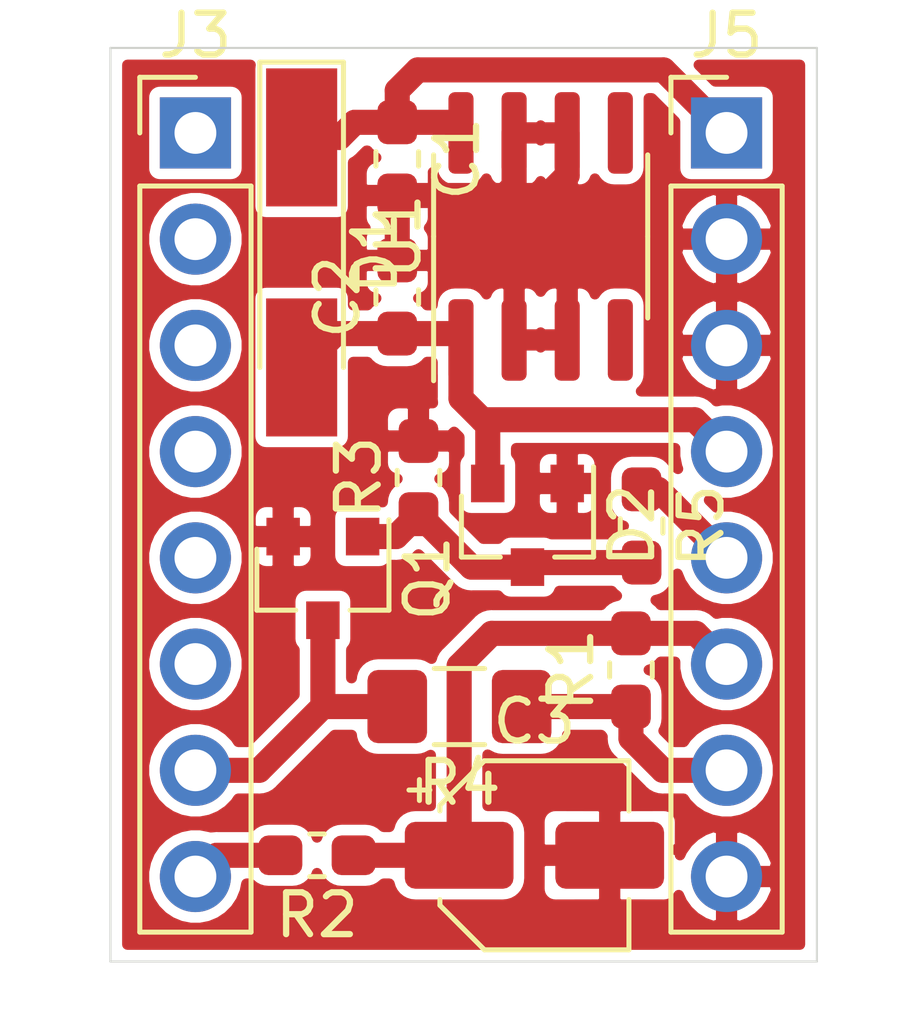
<source format=kicad_pcb>
(kicad_pcb (version 20171130) (host pcbnew "(5.1.9-0-10_14)")

  (general
    (thickness 1.6)
    (drawings 4)
    (tracks 52)
    (zones 0)
    (modules 14)
    (nets 19)
  )

  (page A4)
  (layers
    (0 F.Cu signal)
    (31 B.Cu signal)
    (32 B.Adhes user)
    (33 F.Adhes user)
    (34 B.Paste user)
    (35 F.Paste user)
    (36 B.SilkS user)
    (37 F.SilkS user)
    (38 B.Mask user)
    (39 F.Mask user)
    (40 Dwgs.User user)
    (41 Cmts.User user)
    (42 Eco1.User user)
    (43 Eco2.User user)
    (44 Edge.Cuts user)
    (45 Margin user)
    (46 B.CrtYd user)
    (47 F.CrtYd user)
    (48 B.Fab user)
    (49 F.Fab user)
  )

  (setup
    (last_trace_width 0.6)
    (user_trace_width 0.4)
    (user_trace_width 0.6)
    (trace_clearance 0.2)
    (zone_clearance 0.254)
    (zone_45_only no)
    (trace_min 0.2)
    (via_size 0.8)
    (via_drill 0.4)
    (via_min_size 0.4)
    (via_min_drill 0.3)
    (uvia_size 0.3)
    (uvia_drill 0.1)
    (uvias_allowed no)
    (uvia_min_size 0.2)
    (uvia_min_drill 0.1)
    (edge_width 0.05)
    (segment_width 0.2)
    (pcb_text_width 0.3)
    (pcb_text_size 1.5 1.5)
    (mod_edge_width 0.12)
    (mod_text_size 1 1)
    (mod_text_width 0.15)
    (pad_size 1.524 1.524)
    (pad_drill 0.762)
    (pad_to_mask_clearance 0)
    (aux_axis_origin 0 0)
    (visible_elements FFFFFF7F)
    (pcbplotparams
      (layerselection 0x01000_7fffffff)
      (usegerberextensions false)
      (usegerberattributes true)
      (usegerberadvancedattributes true)
      (creategerberjobfile false)
      (excludeedgelayer true)
      (linewidth 0.100000)
      (plotframeref false)
      (viasonmask false)
      (mode 1)
      (useauxorigin true)
      (hpglpennumber 1)
      (hpglpenspeed 20)
      (hpglpendiameter 15.000000)
      (psnegative false)
      (psa4output false)
      (plotreference false)
      (plotvalue false)
      (plotinvisibletext false)
      (padsonsilk false)
      (subtractmaskfromsilk false)
      (outputformat 1)
      (mirror false)
      (drillshape 0)
      (scaleselection 1)
      (outputdirectory "Gerber/"))
  )

  (net 0 "")
  (net 1 GND)
  (net 2 +24V)
  (net 3 +5V)
  (net 4 "Net-(U1-Pad5)")
  (net 5 "Net-(U1-Pad4)")
  (net 6 "Net-(J3-Pad8)")
  (net 7 "Net-(J3-Pad7)")
  (net 8 "Net-(J3-Pad6)")
  (net 9 "Net-(J3-Pad5)")
  (net 10 "Net-(J3-Pad4)")
  (net 11 "Net-(J3-Pad3)")
  (net 12 "Net-(J3-Pad2)")
  (net 13 +3V3)
  (net 14 "Net-(J5-Pad6)")
  (net 15 "Net-(J5-Pad5)")
  (net 16 EN)
  (net 17 "Net-(C3-Pad1)")
  (net 18 "Net-(D2-Pad3)")

  (net_class Default "This is the default net class."
    (clearance 0.2)
    (trace_width 0.25)
    (via_dia 0.8)
    (via_drill 0.4)
    (uvia_dia 0.3)
    (uvia_drill 0.1)
    (add_net +24V)
    (add_net +3V3)
    (add_net +5V)
    (add_net EN)
    (add_net GND)
    (add_net "Net-(C3-Pad1)")
    (add_net "Net-(D2-Pad3)")
    (add_net "Net-(J3-Pad2)")
    (add_net "Net-(J3-Pad3)")
    (add_net "Net-(J3-Pad4)")
    (add_net "Net-(J3-Pad5)")
    (add_net "Net-(J3-Pad6)")
    (add_net "Net-(J3-Pad7)")
    (add_net "Net-(J3-Pad8)")
    (add_net "Net-(J5-Pad5)")
    (add_net "Net-(J5-Pad6)")
    (add_net "Net-(U1-Pad4)")
    (add_net "Net-(U1-Pad5)")
  )

  (module Package_TO_SOT_SMD:SOT-23 (layer F.Cu) (tedit 5A02FF57) (tstamp 60B761E0)
    (at 5.588 -9.668 270)
    (descr "SOT-23, Standard")
    (tags SOT-23)
    (path /61088F19)
    (attr smd)
    (fp_text reference Q1 (at 0 -2.5 90) (layer F.SilkS)
      (effects (font (size 1 1) (thickness 0.15)))
    )
    (fp_text value BSS138 (at 0 2.5 90) (layer F.Fab)
      (effects (font (size 1 1) (thickness 0.15)))
    )
    (fp_text user %R (at 0 0) (layer F.Fab)
      (effects (font (size 0.5 0.5) (thickness 0.075)))
    )
    (fp_line (start -0.7 -0.95) (end -0.7 1.5) (layer F.Fab) (width 0.1))
    (fp_line (start -0.15 -1.52) (end 0.7 -1.52) (layer F.Fab) (width 0.1))
    (fp_line (start -0.7 -0.95) (end -0.15 -1.52) (layer F.Fab) (width 0.1))
    (fp_line (start 0.7 -1.52) (end 0.7 1.52) (layer F.Fab) (width 0.1))
    (fp_line (start -0.7 1.52) (end 0.7 1.52) (layer F.Fab) (width 0.1))
    (fp_line (start 0.76 1.58) (end 0.76 0.65) (layer F.SilkS) (width 0.12))
    (fp_line (start 0.76 -1.58) (end 0.76 -0.65) (layer F.SilkS) (width 0.12))
    (fp_line (start -1.7 -1.75) (end 1.7 -1.75) (layer F.CrtYd) (width 0.05))
    (fp_line (start 1.7 -1.75) (end 1.7 1.75) (layer F.CrtYd) (width 0.05))
    (fp_line (start 1.7 1.75) (end -1.7 1.75) (layer F.CrtYd) (width 0.05))
    (fp_line (start -1.7 1.75) (end -1.7 -1.75) (layer F.CrtYd) (width 0.05))
    (fp_line (start 0.76 -1.58) (end -1.4 -1.58) (layer F.SilkS) (width 0.12))
    (fp_line (start 0.76 1.58) (end -0.7 1.58) (layer F.SilkS) (width 0.12))
    (pad 3 smd rect (at 1 0 270) (size 0.9 0.8) (layers F.Cu F.Paste F.Mask)
      (net 7 "Net-(J3-Pad7)"))
    (pad 2 smd rect (at -1 0.95 270) (size 0.9 0.8) (layers F.Cu F.Paste F.Mask)
      (net 1 GND))
    (pad 1 smd rect (at -1 -0.95 270) (size 0.9 0.8) (layers F.Cu F.Paste F.Mask)
      (net 18 "Net-(D2-Pad3)"))
    (model ${KISYS3DMOD}/Package_TO_SOT_SMD.3dshapes/SOT-23.wrl
      (at (xyz 0 0 0))
      (scale (xyz 1 1 1))
      (rotate (xyz 0 0 0))
    )
  )

  (module Resistor_SMD:R_0603_1608Metric_Pad1.05x0.95mm_HandSolder (layer F.Cu) (tedit 5B301BBD) (tstamp 60B7BE93)
    (at 13.208 -10.922 270)
    (descr "Resistor SMD 0603 (1608 Metric), square (rectangular) end terminal, IPC_7351 nominal with elongated pad for handsoldering. (Body size source: http://www.tortai-tech.com/upload/download/2011102023233369053.pdf), generated with kicad-footprint-generator")
    (tags "resistor handsolder")
    (path /611A4D6C)
    (attr smd)
    (fp_text reference R5 (at 0 -1.43 90) (layer F.SilkS)
      (effects (font (size 1 1) (thickness 0.15)))
    )
    (fp_text value 1k (at 0 1.43 90) (layer F.Fab)
      (effects (font (size 1 1) (thickness 0.15)))
    )
    (fp_text user %R (at 0 0 90) (layer F.Fab)
      (effects (font (size 0.4 0.4) (thickness 0.06)))
    )
    (fp_line (start -0.8 0.4) (end -0.8 -0.4) (layer F.Fab) (width 0.1))
    (fp_line (start -0.8 -0.4) (end 0.8 -0.4) (layer F.Fab) (width 0.1))
    (fp_line (start 0.8 -0.4) (end 0.8 0.4) (layer F.Fab) (width 0.1))
    (fp_line (start 0.8 0.4) (end -0.8 0.4) (layer F.Fab) (width 0.1))
    (fp_line (start -0.171267 -0.51) (end 0.171267 -0.51) (layer F.SilkS) (width 0.12))
    (fp_line (start -0.171267 0.51) (end 0.171267 0.51) (layer F.SilkS) (width 0.12))
    (fp_line (start -1.65 0.73) (end -1.65 -0.73) (layer F.CrtYd) (width 0.05))
    (fp_line (start -1.65 -0.73) (end 1.65 -0.73) (layer F.CrtYd) (width 0.05))
    (fp_line (start 1.65 -0.73) (end 1.65 0.73) (layer F.CrtYd) (width 0.05))
    (fp_line (start 1.65 0.73) (end -1.65 0.73) (layer F.CrtYd) (width 0.05))
    (pad 2 smd roundrect (at 0.875 0 270) (size 1.05 0.95) (layers F.Cu F.Paste F.Mask) (roundrect_rratio 0.25)
      (net 18 "Net-(D2-Pad3)"))
    (pad 1 smd roundrect (at -0.875 0 270) (size 1.05 0.95) (layers F.Cu F.Paste F.Mask) (roundrect_rratio 0.25)
      (net 15 "Net-(J5-Pad5)"))
    (model ${KISYS3DMOD}/Resistor_SMD.3dshapes/R_0603_1608Metric.wrl
      (at (xyz 0 0 0))
      (scale (xyz 1 1 1))
      (rotate (xyz 0 0 0))
    )
  )

  (module Package_TO_SOT_SMD:SOT-23 (layer F.Cu) (tedit 5A02FF57) (tstamp 60B7C0A9)
    (at 10.48 -10.938 270)
    (descr "SOT-23, Standard")
    (tags SOT-23)
    (path /61185C4D)
    (attr smd)
    (fp_text reference D2 (at 0 -2.5 90) (layer F.SilkS)
      (effects (font (size 1 1) (thickness 0.15)))
    )
    (fp_text value BAT54S (at 0 2.5 90) (layer F.Fab)
      (effects (font (size 1 1) (thickness 0.15)))
    )
    (fp_text user %R (at 0 0) (layer F.Fab)
      (effects (font (size 0.5 0.5) (thickness 0.075)))
    )
    (fp_line (start -0.7 -0.95) (end -0.7 1.5) (layer F.Fab) (width 0.1))
    (fp_line (start -0.15 -1.52) (end 0.7 -1.52) (layer F.Fab) (width 0.1))
    (fp_line (start -0.7 -0.95) (end -0.15 -1.52) (layer F.Fab) (width 0.1))
    (fp_line (start 0.7 -1.52) (end 0.7 1.52) (layer F.Fab) (width 0.1))
    (fp_line (start -0.7 1.52) (end 0.7 1.52) (layer F.Fab) (width 0.1))
    (fp_line (start 0.76 1.58) (end 0.76 0.65) (layer F.SilkS) (width 0.12))
    (fp_line (start 0.76 -1.58) (end 0.76 -0.65) (layer F.SilkS) (width 0.12))
    (fp_line (start -1.7 -1.75) (end 1.7 -1.75) (layer F.CrtYd) (width 0.05))
    (fp_line (start 1.7 -1.75) (end 1.7 1.75) (layer F.CrtYd) (width 0.05))
    (fp_line (start 1.7 1.75) (end -1.7 1.75) (layer F.CrtYd) (width 0.05))
    (fp_line (start -1.7 1.75) (end -1.7 -1.75) (layer F.CrtYd) (width 0.05))
    (fp_line (start 0.76 -1.58) (end -1.4 -1.58) (layer F.SilkS) (width 0.12))
    (fp_line (start 0.76 1.58) (end -0.7 1.58) (layer F.SilkS) (width 0.12))
    (pad 3 smd rect (at 1 0 270) (size 0.9 0.8) (layers F.Cu F.Paste F.Mask)
      (net 18 "Net-(D2-Pad3)"))
    (pad 2 smd rect (at -1 0.95 270) (size 0.9 0.8) (layers F.Cu F.Paste F.Mask)
      (net 3 +5V))
    (pad 1 smd rect (at -1 -0.95 270) (size 0.9 0.8) (layers F.Cu F.Paste F.Mask)
      (net 1 GND))
    (model ${KISYS3DMOD}/Package_TO_SOT_SMD.3dshapes/SOT-23.wrl
      (at (xyz 0 0 0))
      (scale (xyz 1 1 1))
      (rotate (xyz 0 0 0))
    )
  )

  (module Resistor_SMD:R_0603_1608Metric_Pad1.05x0.95mm_HandSolder (layer F.Cu) (tedit 5B301BBD) (tstamp 60B78CBA)
    (at 7.874 -12.079 90)
    (descr "Resistor SMD 0603 (1608 Metric), square (rectangular) end terminal, IPC_7351 nominal with elongated pad for handsoldering. (Body size source: http://www.tortai-tech.com/upload/download/2011102023233369053.pdf), generated with kicad-footprint-generator")
    (tags "resistor handsolder")
    (path /610AD6A5)
    (attr smd)
    (fp_text reference R3 (at 0 -1.43 90) (layer F.SilkS)
      (effects (font (size 1 1) (thickness 0.15)))
    )
    (fp_text value 10k (at 0 1.43 90) (layer F.Fab)
      (effects (font (size 1 1) (thickness 0.15)))
    )
    (fp_text user %R (at 0 0 90) (layer F.Fab)
      (effects (font (size 0.4 0.4) (thickness 0.06)))
    )
    (fp_line (start -0.8 0.4) (end -0.8 -0.4) (layer F.Fab) (width 0.1))
    (fp_line (start -0.8 -0.4) (end 0.8 -0.4) (layer F.Fab) (width 0.1))
    (fp_line (start 0.8 -0.4) (end 0.8 0.4) (layer F.Fab) (width 0.1))
    (fp_line (start 0.8 0.4) (end -0.8 0.4) (layer F.Fab) (width 0.1))
    (fp_line (start -0.171267 -0.51) (end 0.171267 -0.51) (layer F.SilkS) (width 0.12))
    (fp_line (start -0.171267 0.51) (end 0.171267 0.51) (layer F.SilkS) (width 0.12))
    (fp_line (start -1.65 0.73) (end -1.65 -0.73) (layer F.CrtYd) (width 0.05))
    (fp_line (start -1.65 -0.73) (end 1.65 -0.73) (layer F.CrtYd) (width 0.05))
    (fp_line (start 1.65 -0.73) (end 1.65 0.73) (layer F.CrtYd) (width 0.05))
    (fp_line (start 1.65 0.73) (end -1.65 0.73) (layer F.CrtYd) (width 0.05))
    (pad 2 smd roundrect (at 0.875 0 90) (size 1.05 0.95) (layers F.Cu F.Paste F.Mask) (roundrect_rratio 0.25)
      (net 1 GND))
    (pad 1 smd roundrect (at -0.875 0 90) (size 1.05 0.95) (layers F.Cu F.Paste F.Mask) (roundrect_rratio 0.25)
      (net 18 "Net-(D2-Pad3)"))
    (model ${KISYS3DMOD}/Resistor_SMD.3dshapes/R_0603_1608Metric.wrl
      (at (xyz 0 0 0))
      (scale (xyz 1 1 1))
      (rotate (xyz 0 0 0))
    )
  )

  (module Resistor_SMD:R_0603_1608Metric_Pad1.05x0.95mm_HandSolder (layer F.Cu) (tedit 5B301BBD) (tstamp 60B6FD30)
    (at 12.954 -7.479 90)
    (descr "Resistor SMD 0603 (1608 Metric), square (rectangular) end terminal, IPC_7351 nominal with elongated pad for handsoldering. (Body size source: http://www.tortai-tech.com/upload/download/2011102023233369053.pdf), generated with kicad-footprint-generator")
    (tags "resistor handsolder")
    (path /61051C18)
    (attr smd)
    (fp_text reference R1 (at 0 -1.43 90) (layer F.SilkS)
      (effects (font (size 1 1) (thickness 0.15)))
    )
    (fp_text value 4k7 (at 0 1.43 90) (layer F.Fab)
      (effects (font (size 1 1) (thickness 0.15)))
    )
    (fp_text user %R (at 0 0 90) (layer F.Fab)
      (effects (font (size 0.4 0.4) (thickness 0.06)))
    )
    (fp_line (start -0.8 0.4) (end -0.8 -0.4) (layer F.Fab) (width 0.1))
    (fp_line (start -0.8 -0.4) (end 0.8 -0.4) (layer F.Fab) (width 0.1))
    (fp_line (start 0.8 -0.4) (end 0.8 0.4) (layer F.Fab) (width 0.1))
    (fp_line (start 0.8 0.4) (end -0.8 0.4) (layer F.Fab) (width 0.1))
    (fp_line (start -0.171267 -0.51) (end 0.171267 -0.51) (layer F.SilkS) (width 0.12))
    (fp_line (start -0.171267 0.51) (end 0.171267 0.51) (layer F.SilkS) (width 0.12))
    (fp_line (start -1.65 0.73) (end -1.65 -0.73) (layer F.CrtYd) (width 0.05))
    (fp_line (start -1.65 -0.73) (end 1.65 -0.73) (layer F.CrtYd) (width 0.05))
    (fp_line (start 1.65 -0.73) (end 1.65 0.73) (layer F.CrtYd) (width 0.05))
    (fp_line (start 1.65 0.73) (end -1.65 0.73) (layer F.CrtYd) (width 0.05))
    (pad 2 smd roundrect (at 0.875 0 90) (size 1.05 0.95) (layers F.Cu F.Paste F.Mask) (roundrect_rratio 0.25)
      (net 17 "Net-(C3-Pad1)"))
    (pad 1 smd roundrect (at -0.875 0 90) (size 1.05 0.95) (layers F.Cu F.Paste F.Mask) (roundrect_rratio 0.25)
      (net 13 +3V3))
    (model ${KISYS3DMOD}/Resistor_SMD.3dshapes/R_0603_1608Metric.wrl
      (at (xyz 0 0 0))
      (scale (xyz 1 1 1))
      (rotate (xyz 0 0 0))
    )
  )

  (module Resistor_SMD:R_1206_3216Metric_Pad1.42x1.75mm_HandSolder (layer F.Cu) (tedit 5B301BBD) (tstamp 60B78CCB)
    (at 8.8535 -6.604 180)
    (descr "Resistor SMD 1206 (3216 Metric), square (rectangular) end terminal, IPC_7351 nominal with elongated pad for handsoldering. (Body size source: http://www.tortai-tech.com/upload/download/2011102023233369053.pdf), generated with kicad-footprint-generator")
    (tags "resistor handsolder")
    (path /610B1644)
    (attr smd)
    (fp_text reference R4 (at 0 -1.82) (layer F.SilkS)
      (effects (font (size 1 1) (thickness 0.15)))
    )
    (fp_text value 10k (at 0 1.82) (layer F.Fab)
      (effects (font (size 1 1) (thickness 0.15)))
    )
    (fp_text user %R (at 0 0) (layer F.Fab)
      (effects (font (size 0.8 0.8) (thickness 0.12)))
    )
    (fp_line (start -1.6 0.8) (end -1.6 -0.8) (layer F.Fab) (width 0.1))
    (fp_line (start -1.6 -0.8) (end 1.6 -0.8) (layer F.Fab) (width 0.1))
    (fp_line (start 1.6 -0.8) (end 1.6 0.8) (layer F.Fab) (width 0.1))
    (fp_line (start 1.6 0.8) (end -1.6 0.8) (layer F.Fab) (width 0.1))
    (fp_line (start -0.602064 -0.91) (end 0.602064 -0.91) (layer F.SilkS) (width 0.12))
    (fp_line (start -0.602064 0.91) (end 0.602064 0.91) (layer F.SilkS) (width 0.12))
    (fp_line (start -2.45 1.12) (end -2.45 -1.12) (layer F.CrtYd) (width 0.05))
    (fp_line (start -2.45 -1.12) (end 2.45 -1.12) (layer F.CrtYd) (width 0.05))
    (fp_line (start 2.45 -1.12) (end 2.45 1.12) (layer F.CrtYd) (width 0.05))
    (fp_line (start 2.45 1.12) (end -2.45 1.12) (layer F.CrtYd) (width 0.05))
    (pad 2 smd roundrect (at 1.4875 0 180) (size 1.425 1.75) (layers F.Cu F.Paste F.Mask) (roundrect_rratio 0.1754385964912281)
      (net 7 "Net-(J3-Pad7)"))
    (pad 1 smd roundrect (at -1.4875 0 180) (size 1.425 1.75) (layers F.Cu F.Paste F.Mask) (roundrect_rratio 0.1754385964912281)
      (net 13 +3V3))
    (model ${KISYS3DMOD}/Resistor_SMD.3dshapes/R_1206_3216Metric.wrl
      (at (xyz 0 0 0))
      (scale (xyz 1 1 1))
      (rotate (xyz 0 0 0))
    )
  )

  (module Capacitor_SMD:C_0603_1608Metric_Pad1.05x0.95mm_HandSolder (layer F.Cu) (tedit 5B301BBE) (tstamp 60B6DC46)
    (at 7.366 -16.397 90)
    (descr "Capacitor SMD 0603 (1608 Metric), square (rectangular) end terminal, IPC_7351 nominal with elongated pad for handsoldering. (Body size source: http://www.tortai-tech.com/upload/download/2011102023233369053.pdf), generated with kicad-footprint-generator")
    (tags "capacitor handsolder")
    (path /60B4D921)
    (attr smd)
    (fp_text reference C2 (at 0 -1.43 90) (layer F.SilkS)
      (effects (font (size 1 1) (thickness 0.15)))
    )
    (fp_text value 100n (at 0 1.43 90) (layer F.Fab)
      (effects (font (size 1 1) (thickness 0.15)))
    )
    (fp_line (start 1.65 0.73) (end -1.65 0.73) (layer F.CrtYd) (width 0.05))
    (fp_line (start 1.65 -0.73) (end 1.65 0.73) (layer F.CrtYd) (width 0.05))
    (fp_line (start -1.65 -0.73) (end 1.65 -0.73) (layer F.CrtYd) (width 0.05))
    (fp_line (start -1.65 0.73) (end -1.65 -0.73) (layer F.CrtYd) (width 0.05))
    (fp_line (start -0.171267 0.51) (end 0.171267 0.51) (layer F.SilkS) (width 0.12))
    (fp_line (start -0.171267 -0.51) (end 0.171267 -0.51) (layer F.SilkS) (width 0.12))
    (fp_line (start 0.8 0.4) (end -0.8 0.4) (layer F.Fab) (width 0.1))
    (fp_line (start 0.8 -0.4) (end 0.8 0.4) (layer F.Fab) (width 0.1))
    (fp_line (start -0.8 -0.4) (end 0.8 -0.4) (layer F.Fab) (width 0.1))
    (fp_line (start -0.8 0.4) (end -0.8 -0.4) (layer F.Fab) (width 0.1))
    (fp_text user %R (at 0 0 90) (layer F.Fab)
      (effects (font (size 0.4 0.4) (thickness 0.06)))
    )
    (pad 2 smd roundrect (at 0.875 0 90) (size 1.05 0.95) (layers F.Cu F.Paste F.Mask) (roundrect_rratio 0.25)
      (net 1 GND))
    (pad 1 smd roundrect (at -0.875 0 90) (size 1.05 0.95) (layers F.Cu F.Paste F.Mask) (roundrect_rratio 0.25)
      (net 3 +5V))
    (model ${KISYS3DMOD}/Capacitor_SMD.3dshapes/C_0603_1608Metric.wrl
      (at (xyz 0 0 0))
      (scale (xyz 1 1 1))
      (rotate (xyz 0 0 0))
    )
  )

  (module Diode_SMD:D_MiniMELF_Handsoldering (layer F.Cu) (tedit 5905D919) (tstamp 60B67977)
    (at 5.08 -17.4625 270)
    (descr "Diode Mini-MELF Handsoldering")
    (tags "Diode Mini-MELF Handsoldering")
    (path /60B555E6)
    (attr smd)
    (fp_text reference D1 (at 0 -1.75 90) (layer F.SilkS)
      (effects (font (size 1 1) (thickness 0.15)))
    )
    (fp_text value D (at 0 1.75 90) (layer F.Fab)
      (effects (font (size 1 1) (thickness 0.15)))
    )
    (fp_line (start -4.65 1.1) (end -4.65 -1.1) (layer F.CrtYd) (width 0.05))
    (fp_line (start 4.65 1.1) (end -4.65 1.1) (layer F.CrtYd) (width 0.05))
    (fp_line (start 4.65 -1.1) (end 4.65 1.1) (layer F.CrtYd) (width 0.05))
    (fp_line (start -4.65 -1.1) (end 4.65 -1.1) (layer F.CrtYd) (width 0.05))
    (fp_line (start -0.75 0) (end -0.35 0) (layer F.Fab) (width 0.1))
    (fp_line (start -0.35 0) (end -0.35 -0.55) (layer F.Fab) (width 0.1))
    (fp_line (start -0.35 0) (end -0.35 0.55) (layer F.Fab) (width 0.1))
    (fp_line (start -0.35 0) (end 0.25 -0.4) (layer F.Fab) (width 0.1))
    (fp_line (start 0.25 -0.4) (end 0.25 0.4) (layer F.Fab) (width 0.1))
    (fp_line (start 0.25 0.4) (end -0.35 0) (layer F.Fab) (width 0.1))
    (fp_line (start 0.25 0) (end 0.75 0) (layer F.Fab) (width 0.1))
    (fp_line (start -1.65 -0.8) (end 1.65 -0.8) (layer F.Fab) (width 0.1))
    (fp_line (start -1.65 0.8) (end -1.65 -0.8) (layer F.Fab) (width 0.1))
    (fp_line (start 1.65 0.8) (end -1.65 0.8) (layer F.Fab) (width 0.1))
    (fp_line (start 1.65 -0.8) (end 1.65 0.8) (layer F.Fab) (width 0.1))
    (fp_line (start -4.55 1) (end 2.75 1) (layer F.SilkS) (width 0.12))
    (fp_line (start -4.55 -1) (end -4.55 1) (layer F.SilkS) (width 0.12))
    (fp_line (start 2.75 -1) (end -4.55 -1) (layer F.SilkS) (width 0.12))
    (fp_text user %R (at 0 -1.75 90) (layer F.Fab)
      (effects (font (size 1 1) (thickness 0.15)))
    )
    (pad 2 smd rect (at 2.75 0 270) (size 3.3 1.7) (layers F.Cu F.Paste F.Mask)
      (net 3 +5V))
    (pad 1 smd rect (at -2.75 0 270) (size 3.3 1.7) (layers F.Cu F.Paste F.Mask)
      (net 2 +24V))
    (model ${KISYS3DMOD}/Diode_SMD.3dshapes/D_MiniMELF.wrl
      (at (xyz 0 0 0))
      (scale (xyz 1 1 1))
      (rotate (xyz 0 0 0))
    )
  )

  (module Capacitor_SMD:CP_Elec_4x5.7 (layer F.Cu) (tedit 5BCA39CF) (tstamp 60B7A35D)
    (at 10.646 -3.048)
    (descr "SMD capacitor, aluminum electrolytic, United Chemi-Con, 4.0x5.7mm")
    (tags "capacitor electrolytic")
    (path /61052F2B)
    (attr smd)
    (fp_text reference C3 (at 0 -3.2) (layer F.SilkS)
      (effects (font (size 1 1) (thickness 0.15)))
    )
    (fp_text value 10u (at 0 3.2) (layer F.Fab)
      (effects (font (size 1 1) (thickness 0.15)))
    )
    (fp_text user %R (at 0 0) (layer F.Fab)
      (effects (font (size 0.8 0.8) (thickness 0.12)))
    )
    (fp_circle (center 0 0) (end 2 0) (layer F.Fab) (width 0.1))
    (fp_line (start 2.15 -2.15) (end 2.15 2.15) (layer F.Fab) (width 0.1))
    (fp_line (start -1.15 -2.15) (end 2.15 -2.15) (layer F.Fab) (width 0.1))
    (fp_line (start -1.15 2.15) (end 2.15 2.15) (layer F.Fab) (width 0.1))
    (fp_line (start -2.15 -1.15) (end -2.15 1.15) (layer F.Fab) (width 0.1))
    (fp_line (start -2.15 -1.15) (end -1.15 -2.15) (layer F.Fab) (width 0.1))
    (fp_line (start -2.15 1.15) (end -1.15 2.15) (layer F.Fab) (width 0.1))
    (fp_line (start -1.574773 -1) (end -1.174773 -1) (layer F.Fab) (width 0.1))
    (fp_line (start -1.374773 -1.2) (end -1.374773 -0.8) (layer F.Fab) (width 0.1))
    (fp_line (start 2.26 2.26) (end 2.26 1.06) (layer F.SilkS) (width 0.12))
    (fp_line (start 2.26 -2.26) (end 2.26 -1.06) (layer F.SilkS) (width 0.12))
    (fp_line (start -1.195563 -2.26) (end 2.26 -2.26) (layer F.SilkS) (width 0.12))
    (fp_line (start -1.195563 2.26) (end 2.26 2.26) (layer F.SilkS) (width 0.12))
    (fp_line (start -2.26 1.195563) (end -2.26 1.06) (layer F.SilkS) (width 0.12))
    (fp_line (start -2.26 -1.195563) (end -2.26 -1.06) (layer F.SilkS) (width 0.12))
    (fp_line (start -2.26 -1.195563) (end -1.195563 -2.26) (layer F.SilkS) (width 0.12))
    (fp_line (start -2.26 1.195563) (end -1.195563 2.26) (layer F.SilkS) (width 0.12))
    (fp_line (start -3 -1.56) (end -2.5 -1.56) (layer F.SilkS) (width 0.12))
    (fp_line (start -2.75 -1.81) (end -2.75 -1.31) (layer F.SilkS) (width 0.12))
    (fp_line (start 2.4 -2.4) (end 2.4 -1.05) (layer F.CrtYd) (width 0.05))
    (fp_line (start 2.4 -1.05) (end 3.35 -1.05) (layer F.CrtYd) (width 0.05))
    (fp_line (start 3.35 -1.05) (end 3.35 1.05) (layer F.CrtYd) (width 0.05))
    (fp_line (start 3.35 1.05) (end 2.4 1.05) (layer F.CrtYd) (width 0.05))
    (fp_line (start 2.4 1.05) (end 2.4 2.4) (layer F.CrtYd) (width 0.05))
    (fp_line (start -1.25 2.4) (end 2.4 2.4) (layer F.CrtYd) (width 0.05))
    (fp_line (start -1.25 -2.4) (end 2.4 -2.4) (layer F.CrtYd) (width 0.05))
    (fp_line (start -2.4 1.25) (end -1.25 2.4) (layer F.CrtYd) (width 0.05))
    (fp_line (start -2.4 -1.25) (end -1.25 -2.4) (layer F.CrtYd) (width 0.05))
    (fp_line (start -2.4 -1.25) (end -2.4 -1.05) (layer F.CrtYd) (width 0.05))
    (fp_line (start -2.4 1.05) (end -2.4 1.25) (layer F.CrtYd) (width 0.05))
    (fp_line (start -2.4 -1.05) (end -3.35 -1.05) (layer F.CrtYd) (width 0.05))
    (fp_line (start -3.35 -1.05) (end -3.35 1.05) (layer F.CrtYd) (width 0.05))
    (fp_line (start -3.35 1.05) (end -2.4 1.05) (layer F.CrtYd) (width 0.05))
    (pad 2 smd roundrect (at 1.8 0) (size 2.6 1.6) (layers F.Cu F.Paste F.Mask) (roundrect_rratio 0.15625)
      (net 1 GND))
    (pad 1 smd roundrect (at -1.8 0) (size 2.6 1.6) (layers F.Cu F.Paste F.Mask) (roundrect_rratio 0.15625)
      (net 17 "Net-(C3-Pad1)"))
    (model ${KISYS3DMOD}/Capacitor_SMD.3dshapes/CP_Elec_4x5.7.wrl
      (at (xyz 0 0 0))
      (scale (xyz 1 1 1))
      (rotate (xyz 0 0 0))
    )
  )

  (module Resistor_SMD:R_0603_1608Metric_Pad1.05x0.95mm_HandSolder (layer F.Cu) (tedit 5B301BBD) (tstamp 60B7906A)
    (at 5.447 -3.048 180)
    (descr "Resistor SMD 0603 (1608 Metric), square (rectangular) end terminal, IPC_7351 nominal with elongated pad for handsoldering. (Body size source: http://www.tortai-tech.com/upload/download/2011102023233369053.pdf), generated with kicad-footprint-generator")
    (tags "resistor handsolder")
    (path /610527A3)
    (attr smd)
    (fp_text reference R2 (at 0 -1.43) (layer F.SilkS)
      (effects (font (size 1 1) (thickness 0.15)))
    )
    (fp_text value 100 (at 0 1.43) (layer F.Fab)
      (effects (font (size 1 1) (thickness 0.15)))
    )
    (fp_text user %R (at 0 0) (layer F.Fab)
      (effects (font (size 0.4 0.4) (thickness 0.06)))
    )
    (fp_line (start -0.8 0.4) (end -0.8 -0.4) (layer F.Fab) (width 0.1))
    (fp_line (start -0.8 -0.4) (end 0.8 -0.4) (layer F.Fab) (width 0.1))
    (fp_line (start 0.8 -0.4) (end 0.8 0.4) (layer F.Fab) (width 0.1))
    (fp_line (start 0.8 0.4) (end -0.8 0.4) (layer F.Fab) (width 0.1))
    (fp_line (start -0.171267 -0.51) (end 0.171267 -0.51) (layer F.SilkS) (width 0.12))
    (fp_line (start -0.171267 0.51) (end 0.171267 0.51) (layer F.SilkS) (width 0.12))
    (fp_line (start -1.65 0.73) (end -1.65 -0.73) (layer F.CrtYd) (width 0.05))
    (fp_line (start -1.65 -0.73) (end 1.65 -0.73) (layer F.CrtYd) (width 0.05))
    (fp_line (start 1.65 -0.73) (end 1.65 0.73) (layer F.CrtYd) (width 0.05))
    (fp_line (start 1.65 0.73) (end -1.65 0.73) (layer F.CrtYd) (width 0.05))
    (pad 2 smd roundrect (at 0.875 0 180) (size 1.05 0.95) (layers F.Cu F.Paste F.Mask) (roundrect_rratio 0.25)
      (net 6 "Net-(J3-Pad8)"))
    (pad 1 smd roundrect (at -0.875 0 180) (size 1.05 0.95) (layers F.Cu F.Paste F.Mask) (roundrect_rratio 0.25)
      (net 17 "Net-(C3-Pad1)"))
    (model ${KISYS3DMOD}/Resistor_SMD.3dshapes/R_0603_1608Metric.wrl
      (at (xyz 0 0 0))
      (scale (xyz 1 1 1))
      (rotate (xyz 0 0 0))
    )
  )

  (module Connector_PinHeader_2.54mm:PinHeader_1x08_P2.54mm_Vertical (layer F.Cu) (tedit 59FED5CC) (tstamp 60B6721D)
    (at 15.24 -20.32)
    (descr "Through hole straight pin header, 1x08, 2.54mm pitch, single row")
    (tags "Through hole pin header THT 1x08 2.54mm single row")
    (path /6102E93E)
    (fp_text reference J5 (at 0 -2.33) (layer F.SilkS)
      (effects (font (size 1 1) (thickness 0.15)))
    )
    (fp_text value Conn_01x08 (at 0 20.11) (layer F.Fab)
      (effects (font (size 1 1) (thickness 0.15)))
    )
    (fp_text user %R (at 0 8.89 90) (layer F.Fab)
      (effects (font (size 1 1) (thickness 0.15)))
    )
    (fp_line (start -0.635 -1.27) (end 1.27 -1.27) (layer F.Fab) (width 0.1))
    (fp_line (start 1.27 -1.27) (end 1.27 19.05) (layer F.Fab) (width 0.1))
    (fp_line (start 1.27 19.05) (end -1.27 19.05) (layer F.Fab) (width 0.1))
    (fp_line (start -1.27 19.05) (end -1.27 -0.635) (layer F.Fab) (width 0.1))
    (fp_line (start -1.27 -0.635) (end -0.635 -1.27) (layer F.Fab) (width 0.1))
    (fp_line (start -1.33 19.11) (end 1.33 19.11) (layer F.SilkS) (width 0.12))
    (fp_line (start -1.33 1.27) (end -1.33 19.11) (layer F.SilkS) (width 0.12))
    (fp_line (start 1.33 1.27) (end 1.33 19.11) (layer F.SilkS) (width 0.12))
    (fp_line (start -1.33 1.27) (end 1.33 1.27) (layer F.SilkS) (width 0.12))
    (fp_line (start -1.33 0) (end -1.33 -1.33) (layer F.SilkS) (width 0.12))
    (fp_line (start -1.33 -1.33) (end 0 -1.33) (layer F.SilkS) (width 0.12))
    (fp_line (start -1.8 -1.8) (end -1.8 19.55) (layer F.CrtYd) (width 0.05))
    (fp_line (start -1.8 19.55) (end 1.8 19.55) (layer F.CrtYd) (width 0.05))
    (fp_line (start 1.8 19.55) (end 1.8 -1.8) (layer F.CrtYd) (width 0.05))
    (fp_line (start 1.8 -1.8) (end -1.8 -1.8) (layer F.CrtYd) (width 0.05))
    (pad 8 thru_hole oval (at 0 17.78) (size 1.7 1.7) (drill 1) (layers *.Cu *.Mask)
      (net 1 GND))
    (pad 7 thru_hole oval (at 0 15.24) (size 1.7 1.7) (drill 1) (layers *.Cu *.Mask)
      (net 13 +3V3))
    (pad 6 thru_hole oval (at 0 12.7) (size 1.7 1.7) (drill 1) (layers *.Cu *.Mask)
      (net 14 "Net-(J5-Pad6)"))
    (pad 5 thru_hole oval (at 0 10.16) (size 1.7 1.7) (drill 1) (layers *.Cu *.Mask)
      (net 15 "Net-(J5-Pad5)"))
    (pad 4 thru_hole oval (at 0 7.62) (size 1.7 1.7) (drill 1) (layers *.Cu *.Mask)
      (net 3 +5V))
    (pad 3 thru_hole oval (at 0 5.08) (size 1.7 1.7) (drill 1) (layers *.Cu *.Mask)
      (net 1 GND))
    (pad 2 thru_hole oval (at 0 2.54) (size 1.7 1.7) (drill 1) (layers *.Cu *.Mask)
      (net 1 GND))
    (pad 1 thru_hole rect (at 0 0) (size 1.7 1.7) (drill 1) (layers *.Cu *.Mask)
      (net 2 +24V))
    (model ${KISYS3DMOD}/Connector_PinHeader_2.54mm.3dshapes/PinHeader_1x08_P2.54mm_Vertical.wrl
      (at (xyz 0 0 0))
      (scale (xyz 1 1 1))
      (rotate (xyz 0 0 0))
    )
  )

  (module Connector_PinHeader_2.54mm:PinHeader_1x08_P2.54mm_Vertical (layer F.Cu) (tedit 59FED5CC) (tstamp 60B67561)
    (at 2.54 -20.32)
    (descr "Through hole straight pin header, 1x08, 2.54mm pitch, single row")
    (tags "Through hole pin header THT 1x08 2.54mm single row")
    (path /6102DD9B)
    (fp_text reference J3 (at 0 -2.33) (layer F.SilkS)
      (effects (font (size 1 1) (thickness 0.15)))
    )
    (fp_text value Conn_01x08 (at 0 20.11) (layer F.Fab)
      (effects (font (size 1 1) (thickness 0.15)))
    )
    (fp_text user %R (at 0 8.89 90) (layer F.Fab)
      (effects (font (size 1 1) (thickness 0.15)))
    )
    (fp_line (start -0.635 -1.27) (end 1.27 -1.27) (layer F.Fab) (width 0.1))
    (fp_line (start 1.27 -1.27) (end 1.27 19.05) (layer F.Fab) (width 0.1))
    (fp_line (start 1.27 19.05) (end -1.27 19.05) (layer F.Fab) (width 0.1))
    (fp_line (start -1.27 19.05) (end -1.27 -0.635) (layer F.Fab) (width 0.1))
    (fp_line (start -1.27 -0.635) (end -0.635 -1.27) (layer F.Fab) (width 0.1))
    (fp_line (start -1.33 19.11) (end 1.33 19.11) (layer F.SilkS) (width 0.12))
    (fp_line (start -1.33 1.27) (end -1.33 19.11) (layer F.SilkS) (width 0.12))
    (fp_line (start 1.33 1.27) (end 1.33 19.11) (layer F.SilkS) (width 0.12))
    (fp_line (start -1.33 1.27) (end 1.33 1.27) (layer F.SilkS) (width 0.12))
    (fp_line (start -1.33 0) (end -1.33 -1.33) (layer F.SilkS) (width 0.12))
    (fp_line (start -1.33 -1.33) (end 0 -1.33) (layer F.SilkS) (width 0.12))
    (fp_line (start -1.8 -1.8) (end -1.8 19.55) (layer F.CrtYd) (width 0.05))
    (fp_line (start -1.8 19.55) (end 1.8 19.55) (layer F.CrtYd) (width 0.05))
    (fp_line (start 1.8 19.55) (end 1.8 -1.8) (layer F.CrtYd) (width 0.05))
    (fp_line (start 1.8 -1.8) (end -1.8 -1.8) (layer F.CrtYd) (width 0.05))
    (pad 8 thru_hole oval (at 0 17.78) (size 1.7 1.7) (drill 1) (layers *.Cu *.Mask)
      (net 6 "Net-(J3-Pad8)"))
    (pad 7 thru_hole oval (at 0 15.24) (size 1.7 1.7) (drill 1) (layers *.Cu *.Mask)
      (net 7 "Net-(J3-Pad7)"))
    (pad 6 thru_hole oval (at 0 12.7) (size 1.7 1.7) (drill 1) (layers *.Cu *.Mask)
      (net 8 "Net-(J3-Pad6)"))
    (pad 5 thru_hole oval (at 0 10.16) (size 1.7 1.7) (drill 1) (layers *.Cu *.Mask)
      (net 9 "Net-(J3-Pad5)"))
    (pad 4 thru_hole oval (at 0 7.62) (size 1.7 1.7) (drill 1) (layers *.Cu *.Mask)
      (net 10 "Net-(J3-Pad4)"))
    (pad 3 thru_hole oval (at 0 5.08) (size 1.7 1.7) (drill 1) (layers *.Cu *.Mask)
      (net 11 "Net-(J3-Pad3)"))
    (pad 2 thru_hole oval (at 0 2.54) (size 1.7 1.7) (drill 1) (layers *.Cu *.Mask)
      (net 12 "Net-(J3-Pad2)"))
    (pad 1 thru_hole rect (at 0 0) (size 1.7 1.7) (drill 1) (layers *.Cu *.Mask)
      (net 16 EN))
    (model ${KISYS3DMOD}/Connector_PinHeader_2.54mm.3dshapes/PinHeader_1x08_P2.54mm_Vertical.wrl
      (at (xyz 0 0 0))
      (scale (xyz 1 1 1))
      (rotate (xyz 0 0 0))
    )
  )

  (module Package_SO:SOIC-8_3.9x4.9mm_P1.27mm (layer F.Cu) (tedit 5D9F72B1) (tstamp 60B678B4)
    (at 10.795 -17.845 90)
    (descr "SOIC, 8 Pin (JEDEC MS-012AA, https://www.analog.com/media/en/package-pcb-resources/package/pkg_pdf/soic_narrow-r/r_8.pdf), generated with kicad-footprint-generator ipc_gullwing_generator.py")
    (tags "SOIC SO")
    (path /60B4642F)
    (attr smd)
    (fp_text reference U1 (at 0 -3.4 90) (layer F.SilkS)
      (effects (font (size 1 1) (thickness 0.15)))
    )
    (fp_text value LM78L05_SO8 (at 0 3.4 90) (layer F.Fab)
      (effects (font (size 1 1) (thickness 0.15)))
    )
    (fp_line (start 3.7 -2.7) (end -3.7 -2.7) (layer F.CrtYd) (width 0.05))
    (fp_line (start 3.7 2.7) (end 3.7 -2.7) (layer F.CrtYd) (width 0.05))
    (fp_line (start -3.7 2.7) (end 3.7 2.7) (layer F.CrtYd) (width 0.05))
    (fp_line (start -3.7 -2.7) (end -3.7 2.7) (layer F.CrtYd) (width 0.05))
    (fp_line (start -1.95 -1.475) (end -0.975 -2.45) (layer F.Fab) (width 0.1))
    (fp_line (start -1.95 2.45) (end -1.95 -1.475) (layer F.Fab) (width 0.1))
    (fp_line (start 1.95 2.45) (end -1.95 2.45) (layer F.Fab) (width 0.1))
    (fp_line (start 1.95 -2.45) (end 1.95 2.45) (layer F.Fab) (width 0.1))
    (fp_line (start -0.975 -2.45) (end 1.95 -2.45) (layer F.Fab) (width 0.1))
    (fp_line (start 0 -2.56) (end -3.45 -2.56) (layer F.SilkS) (width 0.12))
    (fp_line (start 0 -2.56) (end 1.95 -2.56) (layer F.SilkS) (width 0.12))
    (fp_line (start 0 2.56) (end -1.95 2.56) (layer F.SilkS) (width 0.12))
    (fp_line (start 0 2.56) (end 1.95 2.56) (layer F.SilkS) (width 0.12))
    (fp_text user %R (at 0 0 90) (layer F.Fab)
      (effects (font (size 0.98 0.98) (thickness 0.15)))
    )
    (pad 8 smd roundrect (at 2.475 -1.905 90) (size 1.95 0.6) (layers F.Cu F.Paste F.Mask) (roundrect_rratio 0.25)
      (net 2 +24V))
    (pad 7 smd roundrect (at 2.475 -0.635 90) (size 1.95 0.6) (layers F.Cu F.Paste F.Mask) (roundrect_rratio 0.25)
      (net 1 GND))
    (pad 6 smd roundrect (at 2.475 0.635 90) (size 1.95 0.6) (layers F.Cu F.Paste F.Mask) (roundrect_rratio 0.25)
      (net 1 GND))
    (pad 5 smd roundrect (at 2.475 1.905 90) (size 1.95 0.6) (layers F.Cu F.Paste F.Mask) (roundrect_rratio 0.25)
      (net 4 "Net-(U1-Pad5)"))
    (pad 4 smd roundrect (at -2.475 1.905 90) (size 1.95 0.6) (layers F.Cu F.Paste F.Mask) (roundrect_rratio 0.25)
      (net 5 "Net-(U1-Pad4)"))
    (pad 3 smd roundrect (at -2.475 0.635 90) (size 1.95 0.6) (layers F.Cu F.Paste F.Mask) (roundrect_rratio 0.25)
      (net 1 GND))
    (pad 2 smd roundrect (at -2.475 -0.635 90) (size 1.95 0.6) (layers F.Cu F.Paste F.Mask) (roundrect_rratio 0.25)
      (net 1 GND))
    (pad 1 smd roundrect (at -2.475 -1.905 90) (size 1.95 0.6) (layers F.Cu F.Paste F.Mask) (roundrect_rratio 0.25)
      (net 3 +5V))
    (model ${KISYS3DMOD}/Package_SO.3dshapes/SOIC-8_3.9x4.9mm_P1.27mm.wrl
      (at (xyz 0 0 0))
      (scale (xyz 1 1 1))
      (rotate (xyz 0 0 0))
    )
  )

  (module Capacitor_SMD:C_0603_1608Metric_Pad1.05x0.95mm_HandSolder (layer F.Cu) (tedit 5B301BBE) (tstamp 60ACAAE2)
    (at 7.366 -19.699 270)
    (descr "Capacitor SMD 0603 (1608 Metric), square (rectangular) end terminal, IPC_7351 nominal with elongated pad for handsoldering. (Body size source: http://www.tortai-tech.com/upload/download/2011102023233369053.pdf), generated with kicad-footprint-generator")
    (tags "capacitor handsolder")
    (path /60B4D4D8)
    (attr smd)
    (fp_text reference C1 (at 0 -1.43 90) (layer F.SilkS)
      (effects (font (size 1 1) (thickness 0.15)))
    )
    (fp_text value 100n (at 0 1.43 90) (layer F.Fab)
      (effects (font (size 1 1) (thickness 0.15)))
    )
    (fp_line (start 1.65 0.73) (end -1.65 0.73) (layer F.CrtYd) (width 0.05))
    (fp_line (start 1.65 -0.73) (end 1.65 0.73) (layer F.CrtYd) (width 0.05))
    (fp_line (start -1.65 -0.73) (end 1.65 -0.73) (layer F.CrtYd) (width 0.05))
    (fp_line (start -1.65 0.73) (end -1.65 -0.73) (layer F.CrtYd) (width 0.05))
    (fp_line (start -0.171267 0.51) (end 0.171267 0.51) (layer F.SilkS) (width 0.12))
    (fp_line (start -0.171267 -0.51) (end 0.171267 -0.51) (layer F.SilkS) (width 0.12))
    (fp_line (start 0.8 0.4) (end -0.8 0.4) (layer F.Fab) (width 0.1))
    (fp_line (start 0.8 -0.4) (end 0.8 0.4) (layer F.Fab) (width 0.1))
    (fp_line (start -0.8 -0.4) (end 0.8 -0.4) (layer F.Fab) (width 0.1))
    (fp_line (start -0.8 0.4) (end -0.8 -0.4) (layer F.Fab) (width 0.1))
    (fp_text user %R (at 0 0 90) (layer F.Fab)
      (effects (font (size 0.4 0.4) (thickness 0.06)))
    )
    (pad 2 smd roundrect (at 0.875 0 270) (size 1.05 0.95) (layers F.Cu F.Paste F.Mask) (roundrect_rratio 0.25)
      (net 1 GND))
    (pad 1 smd roundrect (at -0.875 0 270) (size 1.05 0.95) (layers F.Cu F.Paste F.Mask) (roundrect_rratio 0.25)
      (net 2 +24V))
    (model ${KISYS3DMOD}/Capacitor_SMD.3dshapes/C_0603_1608Metric.wrl
      (at (xyz 0 0 0))
      (scale (xyz 1 1 1))
      (rotate (xyz 0 0 0))
    )
  )

  (gr_line (start 17.399 -0.508) (end 17.399 -22.352) (layer Edge.Cuts) (width 0.05))
  (gr_line (start 0.508 -0.508) (end 17.399 -0.508) (layer Edge.Cuts) (width 0.05))
  (gr_line (start 0.508 -22.352) (end 0.508 -0.508) (layer Edge.Cuts) (width 0.05))
  (gr_line (start 0.508 -22.352) (end 17.399 -22.352) (layer Edge.Cuts) (width 0.05))

  (segment (start 7.366 -17.272) (end 7.366 -18.824) (width 0.6) (layer F.Cu) (net 1))
  (segment (start 7.366 -18.824) (end 9.934 -18.824) (width 0.6) (layer F.Cu) (net 1))
  (segment (start 10.16 -19.05) (end 10.16 -20.32) (width 0.6) (layer F.Cu) (net 1))
  (segment (start 9.934 -18.824) (end 10.16 -19.05) (width 0.6) (layer F.Cu) (net 1))
  (segment (start 11.43 -20.32) (end 11.43 -19.304) (width 0.6) (layer F.Cu) (net 1))
  (segment (start 10.95 -18.824) (end 9.934 -18.824) (width 0.6) (layer F.Cu) (net 1))
  (segment (start 11.43 -19.304) (end 10.95 -18.824) (width 0.6) (layer F.Cu) (net 1))
  (segment (start 7.85699 -21.82699) (end 7.366 -21.336) (width 0.6) (layer F.Cu) (net 2))
  (segment (start 13.73301 -21.82699) (end 7.85699 -21.82699) (width 0.6) (layer F.Cu) (net 2))
  (segment (start 7.366 -21.336) (end 7.366 -20.574) (width 0.6) (layer F.Cu) (net 2))
  (segment (start 15.24 -20.32) (end 13.73301 -21.82699) (width 0.6) (layer F.Cu) (net 2))
  (segment (start 8.636 -20.574) (end 8.89 -20.32) (width 0.6) (layer F.Cu) (net 2))
  (segment (start 7.366 -20.574) (end 8.636 -20.574) (width 0.6) (layer F.Cu) (net 2))
  (segment (start 5.08 -20.2125) (end 5.9885 -20.2125) (width 0.6) (layer F.Cu) (net 2))
  (segment (start 6.35 -20.574) (end 7.366 -20.574) (width 0.6) (layer F.Cu) (net 2))
  (segment (start 5.9885 -20.2125) (end 6.35 -20.574) (width 0.6) (layer F.Cu) (net 2))
  (segment (start 8.738 -15.522) (end 8.89 -15.37) (width 0.6) (layer F.Cu) (net 3))
  (segment (start 7.366 -15.522) (end 8.738 -15.522) (width 0.6) (layer F.Cu) (net 3))
  (segment (start 5.8895 -15.522) (end 5.08 -14.7125) (width 0.6) (layer F.Cu) (net 3))
  (segment (start 7.366 -15.522) (end 5.8895 -15.522) (width 0.6) (layer F.Cu) (net 3))
  (segment (start 8.89 -13.97) (end 8.89 -15.37) (width 0.6) (layer F.Cu) (net 3))
  (segment (start 9.398 -13.462) (end 8.89 -13.97) (width 0.6) (layer F.Cu) (net 3))
  (segment (start 14.478 -13.462) (end 9.398 -13.462) (width 0.6) (layer F.Cu) (net 3))
  (segment (start 15.24 -12.7) (end 14.478 -13.462) (width 0.6) (layer F.Cu) (net 3))
  (segment (start 9.53 -13.33) (end 9.398 -13.462) (width 0.6) (layer F.Cu) (net 3))
  (segment (start 9.53 -11.938) (end 9.53 -13.33) (width 0.6) (layer F.Cu) (net 3))
  (segment (start 3.048 -3.048) (end 2.54 -2.54) (width 0.6) (layer F.Cu) (net 6))
  (segment (start 4.572 -3.048) (end 3.048 -3.048) (width 0.6) (layer F.Cu) (net 6))
  (segment (start 2.54 -5.08) (end 4.064 -5.08) (width 0.6) (layer F.Cu) (net 7))
  (segment (start 5.588 -6.604) (end 7.366 -6.604) (width 0.6) (layer F.Cu) (net 7))
  (segment (start 4.064 -5.08) (end 5.588 -6.604) (width 0.6) (layer F.Cu) (net 7))
  (segment (start 5.588 -8.668) (end 5.588 -6.604) (width 0.6) (layer F.Cu) (net 7))
  (segment (start 15.24 -5.08) (end 13.716 -5.08) (width 0.6) (layer F.Cu) (net 13))
  (segment (start 12.954 -5.842) (end 12.954 -6.604) (width 0.6) (layer F.Cu) (net 13))
  (segment (start 13.716 -5.08) (end 12.954 -5.842) (width 0.6) (layer F.Cu) (net 13))
  (segment (start 12.954 -6.604) (end 10.341 -6.604) (width 0.6) (layer F.Cu) (net 13))
  (segment (start 15.24 -10.16) (end 14.986 -10.16) (width 0.6) (layer F.Cu) (net 15))
  (segment (start 13.603 -11.797) (end 13.208 -11.797) (width 0.6) (layer F.Cu) (net 15))
  (segment (start 15.24 -10.16) (end 13.603 -11.797) (width 0.6) (layer F.Cu) (net 15))
  (segment (start 13.236 -10.16) (end 13.208 -10.188) (width 0.6) (layer F.Cu) (net 18) (tstamp 60B7C256))
  (segment (start 6.322 -3.048) (end 8.846 -3.048) (width 0.6) (layer F.Cu) (net 17))
  (segment (start 9.624 -8.354) (end 12.954 -8.354) (width 0.6) (layer F.Cu) (net 17))
  (segment (start 8.846 -7.576) (end 9.624 -8.354) (width 0.6) (layer F.Cu) (net 17))
  (segment (start 8.846 -3.048) (end 8.846 -7.576) (width 0.6) (layer F.Cu) (net 17))
  (segment (start 14.506 -8.354) (end 12.954 -8.354) (width 0.6) (layer F.Cu) (net 17))
  (segment (start 15.24 -7.62) (end 14.506 -8.354) (width 0.6) (layer F.Cu) (net 17))
  (segment (start 10.589 -10.047) (end 10.48 -9.938) (width 0.6) (layer F.Cu) (net 18))
  (segment (start 13.208 -10.047) (end 10.589 -10.047) (width 0.6) (layer F.Cu) (net 18))
  (segment (start 7.338 -10.668) (end 7.874 -11.204) (width 0.6) (layer F.Cu) (net 18))
  (segment (start 6.538 -10.668) (end 7.338 -10.668) (width 0.6) (layer F.Cu) (net 18))
  (segment (start 9.14 -9.938) (end 7.874 -11.204) (width 0.6) (layer F.Cu) (net 18))
  (segment (start 10.48 -9.938) (end 9.14 -9.938) (width 0.6) (layer F.Cu) (net 18))

  (zone (net 1) (net_name GND) (layer F.Cu) (tstamp 60B7B6BE) (hatch edge 0.508)
    (connect_pads (clearance 0.254))
    (min_thickness 0.254)
    (fill yes (arc_segments 32) (thermal_gap 0.254) (thermal_bridge_width 0.508))
    (polygon
      (pts
        (xy 17.399 -0.508) (xy 0.508 -0.508) (xy 0.508 -22.352) (xy 17.399 -22.352)
      )
    )
    (filled_polygon
      (pts
        (xy 3.854513 -21.937189) (xy 3.847157 -21.8625) (xy 3.847157 -18.5625) (xy 3.854513 -18.487811) (xy 3.876299 -18.415992)
        (xy 3.911678 -18.349804) (xy 3.959289 -18.291789) (xy 4.017304 -18.244178) (xy 4.083492 -18.208799) (xy 4.155311 -18.187013)
        (xy 4.23 -18.179657) (xy 5.93 -18.179657) (xy 6.004689 -18.187013) (xy 6.076508 -18.208799) (xy 6.142696 -18.244178)
        (xy 6.200711 -18.291789) (xy 6.206628 -18.299) (xy 6.508157 -18.299) (xy 6.515513 -18.224311) (xy 6.537299 -18.152492)
        (xy 6.572678 -18.086304) (xy 6.604113 -18.048) (xy 6.572678 -18.009696) (xy 6.537299 -17.943508) (xy 6.515513 -17.871689)
        (xy 6.508157 -17.797) (xy 6.51 -17.49425) (xy 6.60525 -17.399) (xy 7.239 -17.399) (xy 7.239 -18.697)
        (xy 7.493 -18.697) (xy 7.493 -17.399) (xy 8.12675 -17.399) (xy 8.19077 -17.46302) (xy 14.050511 -17.46302)
        (xy 14.074866 -17.382712) (xy 14.174761 -17.163039) (xy 14.315592 -16.967076) (xy 14.491948 -16.802353) (xy 14.697051 -16.675201)
        (xy 14.923019 -16.590505) (xy 15.113 -16.650813) (xy 15.113 -17.653) (xy 15.367 -17.653) (xy 15.367 -16.650813)
        (xy 15.556981 -16.590505) (xy 15.782949 -16.675201) (xy 15.988052 -16.802353) (xy 16.164408 -16.967076) (xy 16.305239 -17.163039)
        (xy 16.405134 -17.382712) (xy 16.429489 -17.46302) (xy 16.368627 -17.653) (xy 15.367 -17.653) (xy 15.113 -17.653)
        (xy 14.111373 -17.653) (xy 14.050511 -17.46302) (xy 8.19077 -17.46302) (xy 8.222 -17.49425) (xy 8.223843 -17.797)
        (xy 8.216487 -17.871689) (xy 8.194701 -17.943508) (xy 8.159322 -18.009696) (xy 8.127887 -18.048) (xy 8.159322 -18.086304)
        (xy 8.165028 -18.09698) (xy 14.050511 -18.09698) (xy 14.111373 -17.907) (xy 15.113 -17.907) (xy 15.113 -18.909187)
        (xy 15.367 -18.909187) (xy 15.367 -17.907) (xy 16.368627 -17.907) (xy 16.429489 -18.09698) (xy 16.405134 -18.177288)
        (xy 16.305239 -18.396961) (xy 16.164408 -18.592924) (xy 15.988052 -18.757647) (xy 15.782949 -18.884799) (xy 15.556981 -18.969495)
        (xy 15.367 -18.909187) (xy 15.113 -18.909187) (xy 14.923019 -18.969495) (xy 14.697051 -18.884799) (xy 14.491948 -18.757647)
        (xy 14.315592 -18.592924) (xy 14.174761 -18.396961) (xy 14.074866 -18.177288) (xy 14.050511 -18.09698) (xy 8.165028 -18.09698)
        (xy 8.194701 -18.152492) (xy 8.216487 -18.224311) (xy 8.223843 -18.299) (xy 8.222 -18.60175) (xy 8.12675 -18.697)
        (xy 7.493 -18.697) (xy 7.239 -18.697) (xy 6.60525 -18.697) (xy 6.51 -18.60175) (xy 6.508157 -18.299)
        (xy 6.206628 -18.299) (xy 6.248322 -18.349804) (xy 6.283701 -18.415992) (xy 6.305487 -18.487811) (xy 6.312843 -18.5625)
        (xy 6.312843 -19.613688) (xy 6.368674 -19.64353) (xy 6.47237 -19.72863) (xy 6.493704 -19.754626) (xy 6.632078 -19.893)
        (xy 6.652799 -19.893) (xy 6.689851 -19.847851) (xy 6.783856 -19.770704) (xy 6.861918 -19.728979) (xy 6.816311 -19.724487)
        (xy 6.744492 -19.702701) (xy 6.678304 -19.667322) (xy 6.620289 -19.619711) (xy 6.572678 -19.561696) (xy 6.537299 -19.495508)
        (xy 6.515513 -19.423689) (xy 6.508157 -19.349) (xy 6.51 -19.04625) (xy 6.60525 -18.951) (xy 7.239 -18.951)
        (xy 7.239 -18.971) (xy 7.493 -18.971) (xy 7.493 -18.951) (xy 8.12675 -18.951) (xy 8.222 -19.04625)
        (xy 8.223843 -19.349) (xy 8.220811 -19.379786) (xy 8.247717 -19.29109) (xy 8.296957 -19.198968) (xy 8.363223 -19.118223)
        (xy 8.443968 -19.051957) (xy 8.53609 -19.002717) (xy 8.636047 -18.972395) (xy 8.74 -18.962157) (xy 9.04 -18.962157)
        (xy 9.143953 -18.972395) (xy 9.24391 -19.002717) (xy 9.336032 -19.051957) (xy 9.416777 -19.118223) (xy 9.483043 -19.198968)
        (xy 9.497787 -19.226552) (xy 9.506299 -19.198492) (xy 9.541678 -19.132304) (xy 9.589289 -19.074289) (xy 9.647304 -19.026678)
        (xy 9.713492 -18.991299) (xy 9.785311 -18.969513) (xy 9.86 -18.962157) (xy 9.93775 -18.964) (xy 10.033 -19.05925)
        (xy 10.033 -20.193) (xy 10.287 -20.193) (xy 10.287 -19.05925) (xy 10.38225 -18.964) (xy 10.46 -18.962157)
        (xy 10.534689 -18.969513) (xy 10.606508 -18.991299) (xy 10.672696 -19.026678) (xy 10.730711 -19.074289) (xy 10.778322 -19.132304)
        (xy 10.795 -19.163506) (xy 10.811678 -19.132304) (xy 10.859289 -19.074289) (xy 10.917304 -19.026678) (xy 10.983492 -18.991299)
        (xy 11.055311 -18.969513) (xy 11.13 -18.962157) (xy 11.20775 -18.964) (xy 11.303 -19.05925) (xy 11.303 -20.193)
        (xy 10.84425 -20.193) (xy 10.795 -20.14375) (xy 10.74575 -20.193) (xy 10.287 -20.193) (xy 10.033 -20.193)
        (xy 10.013 -20.193) (xy 10.013 -20.447) (xy 10.033 -20.447) (xy 10.033 -20.467) (xy 10.287 -20.467)
        (xy 10.287 -20.447) (xy 10.74575 -20.447) (xy 10.795 -20.49625) (xy 10.84425 -20.447) (xy 11.303 -20.447)
        (xy 11.303 -20.467) (xy 11.557 -20.467) (xy 11.557 -20.447) (xy 11.577 -20.447) (xy 11.577 -20.193)
        (xy 11.557 -20.193) (xy 11.557 -19.05925) (xy 11.65225 -18.964) (xy 11.73 -18.962157) (xy 11.804689 -18.969513)
        (xy 11.876508 -18.991299) (xy 11.942696 -19.026678) (xy 12.000711 -19.074289) (xy 12.048322 -19.132304) (xy 12.083701 -19.198492)
        (xy 12.092213 -19.226552) (xy 12.106957 -19.198968) (xy 12.173223 -19.118223) (xy 12.253968 -19.051957) (xy 12.34609 -19.002717)
        (xy 12.446047 -18.972395) (xy 12.55 -18.962157) (xy 12.85 -18.962157) (xy 12.953953 -18.972395) (xy 13.05391 -19.002717)
        (xy 13.146032 -19.051957) (xy 13.226777 -19.118223) (xy 13.293043 -19.198968) (xy 13.342283 -19.29109) (xy 13.372605 -19.391047)
        (xy 13.382843 -19.495) (xy 13.382843 -21.145) (xy 13.382745 -21.14599) (xy 13.450932 -21.14599) (xy 14.007157 -20.589764)
        (xy 14.007157 -19.47) (xy 14.014513 -19.395311) (xy 14.036299 -19.323492) (xy 14.071678 -19.257304) (xy 14.119289 -19.199289)
        (xy 14.177304 -19.151678) (xy 14.243492 -19.116299) (xy 14.315311 -19.094513) (xy 14.39 -19.087157) (xy 16.09 -19.087157)
        (xy 16.164689 -19.094513) (xy 16.236508 -19.116299) (xy 16.302696 -19.151678) (xy 16.360711 -19.199289) (xy 16.408322 -19.257304)
        (xy 16.443701 -19.323492) (xy 16.465487 -19.395311) (xy 16.472843 -19.47) (xy 16.472843 -21.17) (xy 16.465487 -21.244689)
        (xy 16.443701 -21.316508) (xy 16.408322 -21.382696) (xy 16.360711 -21.440711) (xy 16.302696 -21.488322) (xy 16.236508 -21.523701)
        (xy 16.164689 -21.545487) (xy 16.09 -21.552843) (xy 14.970236 -21.552843) (xy 14.577078 -21.946) (xy 16.993001 -21.946)
        (xy 16.993 -0.914) (xy 0.914 -0.914) (xy 0.914 -5.201243) (xy 1.309 -5.201243) (xy 1.309 -4.958757)
        (xy 1.356307 -4.720931) (xy 1.449102 -4.496903) (xy 1.58382 -4.295283) (xy 1.755283 -4.12382) (xy 1.956903 -3.989102)
        (xy 2.180931 -3.896307) (xy 2.418757 -3.849) (xy 2.661243 -3.849) (xy 2.899069 -3.896307) (xy 3.123097 -3.989102)
        (xy 3.324717 -4.12382) (xy 3.49618 -4.295283) (xy 3.565481 -4.399) (xy 4.030547 -4.399) (xy 4.064 -4.395705)
        (xy 4.097453 -4.399) (xy 4.197499 -4.408854) (xy 4.325868 -4.447794) (xy 4.444174 -4.51103) (xy 4.54787 -4.59613)
        (xy 4.569204 -4.622126) (xy 5.87008 -5.923) (xy 6.276173 -5.923) (xy 6.282817 -5.855538) (xy 6.318829 -5.736821)
        (xy 6.37731 -5.627411) (xy 6.456012 -5.531512) (xy 6.551911 -5.45281) (xy 6.661321 -5.394329) (xy 6.780038 -5.358317)
        (xy 6.9035 -5.346157) (xy 7.8285 -5.346157) (xy 7.951962 -5.358317) (xy 8.070679 -5.394329) (xy 8.165001 -5.444745)
        (xy 8.165 -4.230843) (xy 7.796 -4.230843) (xy 7.672538 -4.218683) (xy 7.553821 -4.182671) (xy 7.444411 -4.12419)
        (xy 7.348512 -4.045488) (xy 7.26981 -3.949589) (xy 7.211329 -3.840179) (xy 7.177604 -3.729) (xy 7.042238 -3.729)
        (xy 6.954144 -3.801296) (xy 6.846895 -3.858622) (xy 6.730523 -3.893923) (xy 6.6095 -3.905843) (xy 6.0345 -3.905843)
        (xy 5.913477 -3.893923) (xy 5.797105 -3.858622) (xy 5.689856 -3.801296) (xy 5.595851 -3.724149) (xy 5.518704 -3.630144)
        (xy 5.461378 -3.522895) (xy 5.447 -3.475497) (xy 5.432622 -3.522895) (xy 5.375296 -3.630144) (xy 5.298149 -3.724149)
        (xy 5.204144 -3.801296) (xy 5.096895 -3.858622) (xy 4.980523 -3.893923) (xy 4.8595 -3.905843) (xy 4.2845 -3.905843)
        (xy 4.163477 -3.893923) (xy 4.047105 -3.858622) (xy 3.939856 -3.801296) (xy 3.851762 -3.729) (xy 3.08145 -3.729)
        (xy 3.047999 -3.732295) (xy 3.014548 -3.729) (xy 3.014547 -3.729) (xy 2.914501 -3.719146) (xy 2.91193 -3.718366)
        (xy 2.899069 -3.723693) (xy 2.661243 -3.771) (xy 2.418757 -3.771) (xy 2.180931 -3.723693) (xy 1.956903 -3.630898)
        (xy 1.755283 -3.49618) (xy 1.58382 -3.324717) (xy 1.449102 -3.123097) (xy 1.356307 -2.899069) (xy 1.309 -2.661243)
        (xy 1.309 -2.418757) (xy 1.356307 -2.180931) (xy 1.449102 -1.956903) (xy 1.58382 -1.755283) (xy 1.755283 -1.58382)
        (xy 1.956903 -1.449102) (xy 2.180931 -1.356307) (xy 2.418757 -1.309) (xy 2.661243 -1.309) (xy 2.899069 -1.356307)
        (xy 3.123097 -1.449102) (xy 3.324717 -1.58382) (xy 3.49618 -1.755283) (xy 3.630898 -1.956903) (xy 3.723693 -2.180931)
        (xy 3.760705 -2.367) (xy 3.851762 -2.367) (xy 3.939856 -2.294704) (xy 4.047105 -2.237378) (xy 4.163477 -2.202077)
        (xy 4.2845 -2.190157) (xy 4.8595 -2.190157) (xy 4.980523 -2.202077) (xy 5.096895 -2.237378) (xy 5.204144 -2.294704)
        (xy 5.298149 -2.371851) (xy 5.375296 -2.465856) (xy 5.432622 -2.573105) (xy 5.447 -2.620503) (xy 5.461378 -2.573105)
        (xy 5.518704 -2.465856) (xy 5.595851 -2.371851) (xy 5.689856 -2.294704) (xy 5.797105 -2.237378) (xy 5.913477 -2.202077)
        (xy 6.0345 -2.190157) (xy 6.6095 -2.190157) (xy 6.730523 -2.202077) (xy 6.846895 -2.237378) (xy 6.954144 -2.294704)
        (xy 7.042238 -2.367) (xy 7.177604 -2.367) (xy 7.211329 -2.255821) (xy 7.26981 -2.146411) (xy 7.348512 -2.050512)
        (xy 7.444411 -1.97181) (xy 7.553821 -1.913329) (xy 7.672538 -1.877317) (xy 7.796 -1.865157) (xy 9.896 -1.865157)
        (xy 10.019462 -1.877317) (xy 10.138179 -1.913329) (xy 10.247589 -1.97181) (xy 10.343488 -2.050512) (xy 10.42219 -2.146411)
        (xy 10.47649 -2.248) (xy 10.763157 -2.248) (xy 10.770513 -2.173311) (xy 10.792299 -2.101492) (xy 10.827678 -2.035304)
        (xy 10.875289 -1.977289) (xy 10.933304 -1.929678) (xy 10.999492 -1.894299) (xy 11.071311 -1.872513) (xy 11.146 -1.865157)
        (xy 12.22375 -1.867) (xy 12.319 -1.96225) (xy 12.319 -2.921) (xy 10.86025 -2.921) (xy 10.765 -2.82575)
        (xy 10.763157 -2.248) (xy 10.47649 -2.248) (xy 10.480671 -2.255821) (xy 10.516683 -2.374538) (xy 10.528843 -2.498)
        (xy 10.528843 -3.598) (xy 10.516683 -3.721462) (xy 10.480671 -3.840179) (xy 10.476491 -3.848) (xy 10.763157 -3.848)
        (xy 10.765 -3.27025) (xy 10.86025 -3.175) (xy 12.319 -3.175) (xy 12.319 -4.13375) (xy 12.573 -4.13375)
        (xy 12.573 -3.175) (xy 12.593 -3.175) (xy 12.593 -2.921) (xy 12.573 -2.921) (xy 12.573 -1.96225)
        (xy 12.66825 -1.867) (xy 13.746 -1.865157) (xy 13.820689 -1.872513) (xy 13.892508 -1.894299) (xy 13.958696 -1.929678)
        (xy 14.016711 -1.977289) (xy 14.064322 -2.035304) (xy 14.09641 -2.095335) (xy 14.174761 -1.923039) (xy 14.315592 -1.727076)
        (xy 14.491948 -1.562353) (xy 14.697051 -1.435201) (xy 14.923019 -1.350505) (xy 15.113 -1.410813) (xy 15.113 -2.413)
        (xy 15.367 -2.413) (xy 15.367 -1.410813) (xy 15.556981 -1.350505) (xy 15.782949 -1.435201) (xy 15.988052 -1.562353)
        (xy 16.164408 -1.727076) (xy 16.305239 -1.923039) (xy 16.405134 -2.142712) (xy 16.429489 -2.22302) (xy 16.368627 -2.413)
        (xy 15.367 -2.413) (xy 15.113 -2.413) (xy 15.093 -2.413) (xy 15.093 -2.667) (xy 15.113 -2.667)
        (xy 15.113 -3.669187) (xy 15.367 -3.669187) (xy 15.367 -2.667) (xy 16.368627 -2.667) (xy 16.429489 -2.85698)
        (xy 16.405134 -2.937288) (xy 16.305239 -3.156961) (xy 16.164408 -3.352924) (xy 15.988052 -3.517647) (xy 15.782949 -3.644799)
        (xy 15.556981 -3.729495) (xy 15.367 -3.669187) (xy 15.113 -3.669187) (xy 14.923019 -3.729495) (xy 14.697051 -3.644799)
        (xy 14.491948 -3.517647) (xy 14.315592 -3.352924) (xy 14.174761 -3.156961) (xy 14.127 -3.051933) (xy 14.127 -3.175002)
        (xy 14.031752 -3.175002) (xy 14.127 -3.27025) (xy 14.128843 -3.848) (xy 14.121487 -3.922689) (xy 14.099701 -3.994508)
        (xy 14.064322 -4.060696) (xy 14.016711 -4.118711) (xy 13.958696 -4.166322) (xy 13.892508 -4.201701) (xy 13.820689 -4.223487)
        (xy 13.746 -4.230843) (xy 12.66825 -4.229) (xy 12.573 -4.13375) (xy 12.319 -4.13375) (xy 12.22375 -4.229)
        (xy 11.146 -4.230843) (xy 11.071311 -4.223487) (xy 10.999492 -4.201701) (xy 10.933304 -4.166322) (xy 10.875289 -4.118711)
        (xy 10.827678 -4.060696) (xy 10.792299 -3.994508) (xy 10.770513 -3.922689) (xy 10.763157 -3.848) (xy 10.476491 -3.848)
        (xy 10.42219 -3.949589) (xy 10.343488 -4.045488) (xy 10.247589 -4.12419) (xy 10.138179 -4.182671) (xy 10.019462 -4.218683)
        (xy 9.896 -4.230843) (xy 9.527 -4.230843) (xy 9.527 -5.452762) (xy 9.636321 -5.394329) (xy 9.755038 -5.358317)
        (xy 9.8785 -5.346157) (xy 10.8035 -5.346157) (xy 10.926962 -5.358317) (xy 11.045679 -5.394329) (xy 11.155089 -5.45281)
        (xy 11.250988 -5.531512) (xy 11.32969 -5.627411) (xy 11.388171 -5.736821) (xy 11.424183 -5.855538) (xy 11.430827 -5.923)
        (xy 12.240799 -5.923) (xy 12.273 -5.883762) (xy 12.273 -5.875453) (xy 12.269705 -5.842) (xy 12.277683 -5.761)
        (xy 12.282854 -5.708502) (xy 12.321794 -5.580133) (xy 12.38503 -5.461827) (xy 12.47013 -5.358131) (xy 12.496122 -5.3368)
        (xy 13.2108 -4.622121) (xy 13.23213 -4.59613) (xy 13.335826 -4.51103) (xy 13.454132 -4.447794) (xy 13.582501 -4.408854)
        (xy 13.716 -4.395705) (xy 13.749453 -4.399) (xy 14.214519 -4.399) (xy 14.28382 -4.295283) (xy 14.455283 -4.12382)
        (xy 14.656903 -3.989102) (xy 14.880931 -3.896307) (xy 15.118757 -3.849) (xy 15.361243 -3.849) (xy 15.599069 -3.896307)
        (xy 15.823097 -3.989102) (xy 16.024717 -4.12382) (xy 16.19618 -4.295283) (xy 16.330898 -4.496903) (xy 16.423693 -4.720931)
        (xy 16.471 -4.958757) (xy 16.471 -5.201243) (xy 16.423693 -5.439069) (xy 16.330898 -5.663097) (xy 16.19618 -5.864717)
        (xy 16.024717 -6.03618) (xy 15.823097 -6.170898) (xy 15.599069 -6.263693) (xy 15.361243 -6.311) (xy 15.118757 -6.311)
        (xy 14.880931 -6.263693) (xy 14.656903 -6.170898) (xy 14.455283 -6.03618) (xy 14.28382 -5.864717) (xy 14.214519 -5.761)
        (xy 13.998079 -5.761) (xy 13.735137 -6.023942) (xy 13.764622 -6.079105) (xy 13.799923 -6.195477) (xy 13.811843 -6.3165)
        (xy 13.811843 -6.8915) (xy 13.799923 -7.012523) (xy 13.764622 -7.128895) (xy 13.707296 -7.236144) (xy 13.630149 -7.330149)
        (xy 13.536144 -7.407296) (xy 13.428895 -7.464622) (xy 13.381497 -7.479) (xy 13.428895 -7.493378) (xy 13.536144 -7.550704)
        (xy 13.630149 -7.627851) (xy 13.667201 -7.673) (xy 14.009 -7.673) (xy 14.009 -7.498757) (xy 14.056307 -7.260931)
        (xy 14.149102 -7.036903) (xy 14.28382 -6.835283) (xy 14.455283 -6.66382) (xy 14.656903 -6.529102) (xy 14.880931 -6.436307)
        (xy 15.118757 -6.389) (xy 15.361243 -6.389) (xy 15.599069 -6.436307) (xy 15.823097 -6.529102) (xy 16.024717 -6.66382)
        (xy 16.19618 -6.835283) (xy 16.330898 -7.036903) (xy 16.423693 -7.260931) (xy 16.471 -7.498757) (xy 16.471 -7.741243)
        (xy 16.423693 -7.979069) (xy 16.330898 -8.203097) (xy 16.19618 -8.404717) (xy 16.024717 -8.57618) (xy 15.823097 -8.710898)
        (xy 15.599069 -8.803693) (xy 15.361243 -8.851) (xy 15.118757 -8.851) (xy 14.998694 -8.827118) (xy 14.98987 -8.83787)
        (xy 14.886174 -8.92297) (xy 14.767868 -8.986206) (xy 14.639499 -9.025146) (xy 14.539453 -9.035) (xy 14.506 -9.038295)
        (xy 14.472547 -9.035) (xy 13.667201 -9.035) (xy 13.630149 -9.080149) (xy 13.546165 -9.149072) (xy 13.566523 -9.151077)
        (xy 13.682895 -9.186378) (xy 13.790144 -9.243704) (xy 13.884149 -9.320851) (xy 13.961296 -9.414856) (xy 14.018622 -9.522105)
        (xy 14.053923 -9.638477) (xy 14.065843 -9.7595) (xy 14.065843 -9.777909) (xy 14.149102 -9.576903) (xy 14.28382 -9.375283)
        (xy 14.455283 -9.20382) (xy 14.656903 -9.069102) (xy 14.880931 -8.976307) (xy 15.118757 -8.929) (xy 15.361243 -8.929)
        (xy 15.599069 -8.976307) (xy 15.823097 -9.069102) (xy 16.024717 -9.20382) (xy 16.19618 -9.375283) (xy 16.330898 -9.576903)
        (xy 16.423693 -9.800931) (xy 16.471 -10.038757) (xy 16.471 -10.281243) (xy 16.423693 -10.519069) (xy 16.330898 -10.743097)
        (xy 16.19618 -10.944717) (xy 16.024717 -11.11618) (xy 15.823097 -11.250898) (xy 15.599069 -11.343693) (xy 15.361243 -11.391)
        (xy 15.118757 -11.391) (xy 14.996414 -11.366664) (xy 14.822617 -11.540461) (xy 14.880931 -11.516307) (xy 15.118757 -11.469)
        (xy 15.361243 -11.469) (xy 15.599069 -11.516307) (xy 15.823097 -11.609102) (xy 16.024717 -11.74382) (xy 16.19618 -11.915283)
        (xy 16.330898 -12.116903) (xy 16.423693 -12.340931) (xy 16.471 -12.578757) (xy 16.471 -12.821243) (xy 16.423693 -13.059069)
        (xy 16.330898 -13.283097) (xy 16.19618 -13.484717) (xy 16.024717 -13.65618) (xy 15.823097 -13.790898) (xy 15.599069 -13.883693)
        (xy 15.361243 -13.931) (xy 15.118757 -13.931) (xy 14.996414 -13.906664) (xy 14.983204 -13.919874) (xy 14.96187 -13.94587)
        (xy 14.858174 -14.03097) (xy 14.739868 -14.094206) (xy 14.611499 -14.133146) (xy 14.511453 -14.143) (xy 14.478 -14.146295)
        (xy 14.444547 -14.143) (xy 13.196043 -14.143) (xy 13.226777 -14.168223) (xy 13.293043 -14.248968) (xy 13.342283 -14.34109)
        (xy 13.372605 -14.441047) (xy 13.382843 -14.545) (xy 13.382843 -14.92302) (xy 14.050511 -14.92302) (xy 14.074866 -14.842712)
        (xy 14.174761 -14.623039) (xy 14.315592 -14.427076) (xy 14.491948 -14.262353) (xy 14.697051 -14.135201) (xy 14.923019 -14.050505)
        (xy 15.113 -14.110813) (xy 15.113 -15.113) (xy 15.367 -15.113) (xy 15.367 -14.110813) (xy 15.556981 -14.050505)
        (xy 15.782949 -14.135201) (xy 15.988052 -14.262353) (xy 16.164408 -14.427076) (xy 16.305239 -14.623039) (xy 16.405134 -14.842712)
        (xy 16.429489 -14.92302) (xy 16.368627 -15.113) (xy 15.367 -15.113) (xy 15.113 -15.113) (xy 14.111373 -15.113)
        (xy 14.050511 -14.92302) (xy 13.382843 -14.92302) (xy 13.382843 -15.55698) (xy 14.050511 -15.55698) (xy 14.111373 -15.367)
        (xy 15.113 -15.367) (xy 15.113 -16.369187) (xy 15.367 -16.369187) (xy 15.367 -15.367) (xy 16.368627 -15.367)
        (xy 16.429489 -15.55698) (xy 16.405134 -15.637288) (xy 16.305239 -15.856961) (xy 16.164408 -16.052924) (xy 15.988052 -16.217647)
        (xy 15.782949 -16.344799) (xy 15.556981 -16.429495) (xy 15.367 -16.369187) (xy 15.113 -16.369187) (xy 14.923019 -16.429495)
        (xy 14.697051 -16.344799) (xy 14.491948 -16.217647) (xy 14.315592 -16.052924) (xy 14.174761 -15.856961) (xy 14.074866 -15.637288)
        (xy 14.050511 -15.55698) (xy 13.382843 -15.55698) (xy 13.382843 -16.195) (xy 13.372605 -16.298953) (xy 13.342283 -16.39891)
        (xy 13.293043 -16.491032) (xy 13.226777 -16.571777) (xy 13.146032 -16.638043) (xy 13.05391 -16.687283) (xy 12.953953 -16.717605)
        (xy 12.85 -16.727843) (xy 12.55 -16.727843) (xy 12.446047 -16.717605) (xy 12.34609 -16.687283) (xy 12.253968 -16.638043)
        (xy 12.173223 -16.571777) (xy 12.106957 -16.491032) (xy 12.092213 -16.463448) (xy 12.083701 -16.491508) (xy 12.048322 -16.557696)
        (xy 12.000711 -16.615711) (xy 11.942696 -16.663322) (xy 11.876508 -16.698701) (xy 11.804689 -16.720487) (xy 11.73 -16.727843)
        (xy 11.65225 -16.726) (xy 11.557 -16.63075) (xy 11.557 -15.497) (xy 11.577 -15.497) (xy 11.577 -15.243)
        (xy 11.557 -15.243) (xy 11.557 -15.223) (xy 11.303 -15.223) (xy 11.303 -15.243) (xy 10.84425 -15.243)
        (xy 10.795 -15.19375) (xy 10.74575 -15.243) (xy 10.287 -15.243) (xy 10.287 -15.223) (xy 10.033 -15.223)
        (xy 10.033 -15.243) (xy 10.013 -15.243) (xy 10.013 -15.497) (xy 10.033 -15.497) (xy 10.033 -16.63075)
        (xy 10.287 -16.63075) (xy 10.287 -15.497) (xy 10.74575 -15.497) (xy 10.795 -15.54625) (xy 10.84425 -15.497)
        (xy 11.303 -15.497) (xy 11.303 -16.63075) (xy 11.20775 -16.726) (xy 11.13 -16.727843) (xy 11.055311 -16.720487)
        (xy 10.983492 -16.698701) (xy 10.917304 -16.663322) (xy 10.859289 -16.615711) (xy 10.811678 -16.557696) (xy 10.795 -16.526494)
        (xy 10.778322 -16.557696) (xy 10.730711 -16.615711) (xy 10.672696 -16.663322) (xy 10.606508 -16.698701) (xy 10.534689 -16.720487)
        (xy 10.46 -16.727843) (xy 10.38225 -16.726) (xy 10.287 -16.63075) (xy 10.033 -16.63075) (xy 9.93775 -16.726)
        (xy 9.86 -16.727843) (xy 9.785311 -16.720487) (xy 9.713492 -16.698701) (xy 9.647304 -16.663322) (xy 9.589289 -16.615711)
        (xy 9.541678 -16.557696) (xy 9.506299 -16.491508) (xy 9.497787 -16.463448) (xy 9.483043 -16.491032) (xy 9.416777 -16.571777)
        (xy 9.336032 -16.638043) (xy 9.24391 -16.687283) (xy 9.143953 -16.717605) (xy 9.04 -16.727843) (xy 8.74 -16.727843)
        (xy 8.636047 -16.717605) (xy 8.53609 -16.687283) (xy 8.443968 -16.638043) (xy 8.363223 -16.571777) (xy 8.296957 -16.491032)
        (xy 8.247717 -16.39891) (xy 8.217395 -16.298953) (xy 8.207945 -16.203) (xy 8.079201 -16.203) (xy 8.042149 -16.248149)
        (xy 7.948144 -16.325296) (xy 7.870082 -16.367021) (xy 7.915689 -16.371513) (xy 7.987508 -16.393299) (xy 8.053696 -16.428678)
        (xy 8.111711 -16.476289) (xy 8.159322 -16.534304) (xy 8.194701 -16.600492) (xy 8.216487 -16.672311) (xy 8.223843 -16.747)
        (xy 8.222 -17.04975) (xy 8.12675 -17.145) (xy 7.493 -17.145) (xy 7.493 -17.125) (xy 7.239 -17.125)
        (xy 7.239 -17.145) (xy 6.60525 -17.145) (xy 6.51 -17.04975) (xy 6.508157 -16.747) (xy 6.515513 -16.672311)
        (xy 6.537299 -16.600492) (xy 6.572678 -16.534304) (xy 6.620289 -16.476289) (xy 6.678304 -16.428678) (xy 6.744492 -16.393299)
        (xy 6.816311 -16.371513) (xy 6.861918 -16.367021) (xy 6.783856 -16.325296) (xy 6.689851 -16.248149) (xy 6.652799 -16.203)
        (xy 6.312843 -16.203) (xy 6.312843 -16.3625) (xy 6.305487 -16.437189) (xy 6.283701 -16.509008) (xy 6.248322 -16.575196)
        (xy 6.200711 -16.633211) (xy 6.142696 -16.680822) (xy 6.076508 -16.716201) (xy 6.004689 -16.737987) (xy 5.93 -16.745343)
        (xy 4.23 -16.745343) (xy 4.155311 -16.737987) (xy 4.083492 -16.716201) (xy 4.017304 -16.680822) (xy 3.959289 -16.633211)
        (xy 3.911678 -16.575196) (xy 3.876299 -16.509008) (xy 3.854513 -16.437189) (xy 3.847157 -16.3625) (xy 3.847157 -13.0625)
        (xy 3.854513 -12.987811) (xy 3.876299 -12.915992) (xy 3.911678 -12.849804) (xy 3.959289 -12.791789) (xy 4.017304 -12.744178)
        (xy 4.083492 -12.708799) (xy 4.155311 -12.687013) (xy 4.23 -12.679657) (xy 5.93 -12.679657) (xy 6.004689 -12.687013)
        (xy 6.076508 -12.708799) (xy 6.142696 -12.744178) (xy 6.200711 -12.791789) (xy 6.248322 -12.849804) (xy 6.283701 -12.915992)
        (xy 6.305487 -12.987811) (xy 6.312843 -13.0625) (xy 6.312843 -13.479) (xy 7.016157 -13.479) (xy 7.018 -13.17625)
        (xy 7.11325 -13.081) (xy 7.747 -13.081) (xy 7.747 -13.76475) (xy 7.65175 -13.86) (xy 7.399 -13.861843)
        (xy 7.324311 -13.854487) (xy 7.252492 -13.832701) (xy 7.186304 -13.797322) (xy 7.128289 -13.749711) (xy 7.080678 -13.691696)
        (xy 7.045299 -13.625508) (xy 7.023513 -13.553689) (xy 7.016157 -13.479) (xy 6.312843 -13.479) (xy 6.312843 -14.841)
        (xy 6.652799 -14.841) (xy 6.689851 -14.795851) (xy 6.783856 -14.718704) (xy 6.891105 -14.661378) (xy 7.007477 -14.626077)
        (xy 7.1285 -14.614157) (xy 7.6035 -14.614157) (xy 7.724523 -14.626077) (xy 7.840895 -14.661378) (xy 7.948144 -14.718704)
        (xy 8.042149 -14.795851) (xy 8.079201 -14.841) (xy 8.207157 -14.841) (xy 8.207157 -14.545) (xy 8.209 -14.526283)
        (xy 8.209 -14.003454) (xy 8.205705 -13.97) (xy 8.209 -13.936548) (xy 8.216453 -13.860876) (xy 8.09625 -13.86)
        (xy 8.001 -13.76475) (xy 8.001 -13.081) (xy 8.63475 -13.081) (xy 8.725335 -13.171585) (xy 8.849001 -13.04792)
        (xy 8.849001 -12.646174) (xy 8.811678 -12.600696) (xy 8.776299 -12.534508) (xy 8.754513 -12.462689) (xy 8.747157 -12.388)
        (xy 8.747157 -11.488) (xy 8.754513 -11.413311) (xy 8.776299 -11.341492) (xy 8.811678 -11.275304) (xy 8.859289 -11.217289)
        (xy 8.917304 -11.169678) (xy 8.983492 -11.134299) (xy 9.055311 -11.112513) (xy 9.13 -11.105157) (xy 9.93 -11.105157)
        (xy 10.004689 -11.112513) (xy 10.076508 -11.134299) (xy 10.142696 -11.169678) (xy 10.200711 -11.217289) (xy 10.248322 -11.275304)
        (xy 10.283701 -11.341492) (xy 10.305487 -11.413311) (xy 10.312843 -11.488) (xy 10.647157 -11.488) (xy 10.654513 -11.413311)
        (xy 10.676299 -11.341492) (xy 10.711678 -11.275304) (xy 10.759289 -11.217289) (xy 10.817304 -11.169678) (xy 10.883492 -11.134299)
        (xy 10.955311 -11.112513) (xy 11.03 -11.105157) (xy 11.20775 -11.107) (xy 11.303 -11.20225) (xy 11.303 -11.811)
        (xy 11.557 -11.811) (xy 11.557 -11.20225) (xy 11.65225 -11.107) (xy 11.83 -11.105157) (xy 11.904689 -11.112513)
        (xy 11.976508 -11.134299) (xy 12.042696 -11.169678) (xy 12.100711 -11.217289) (xy 12.148322 -11.275304) (xy 12.183701 -11.341492)
        (xy 12.205487 -11.413311) (xy 12.212843 -11.488) (xy 12.211 -11.71575) (xy 12.11575 -11.811) (xy 11.557 -11.811)
        (xy 11.303 -11.811) (xy 10.74425 -11.811) (xy 10.649 -11.71575) (xy 10.647157 -11.488) (xy 10.312843 -11.488)
        (xy 10.312843 -12.388) (xy 10.647157 -12.388) (xy 10.649 -12.16025) (xy 10.74425 -12.065) (xy 11.303 -12.065)
        (xy 11.303 -12.67375) (xy 11.557 -12.67375) (xy 11.557 -12.065) (xy 12.11575 -12.065) (xy 12.211 -12.16025)
        (xy 12.212843 -12.388) (xy 12.205487 -12.462689) (xy 12.183701 -12.534508) (xy 12.148322 -12.600696) (xy 12.100711 -12.658711)
        (xy 12.042696 -12.706322) (xy 11.976508 -12.741701) (xy 11.904689 -12.763487) (xy 11.83 -12.770843) (xy 11.65225 -12.769)
        (xy 11.557 -12.67375) (xy 11.303 -12.67375) (xy 11.20775 -12.769) (xy 11.03 -12.770843) (xy 10.955311 -12.763487)
        (xy 10.883492 -12.741701) (xy 10.817304 -12.706322) (xy 10.759289 -12.658711) (xy 10.711678 -12.600696) (xy 10.676299 -12.534508)
        (xy 10.654513 -12.462689) (xy 10.647157 -12.388) (xy 10.312843 -12.388) (xy 10.305487 -12.462689) (xy 10.283701 -12.534508)
        (xy 10.248322 -12.600696) (xy 10.211 -12.646174) (xy 10.211 -12.781) (xy 14.009 -12.781) (xy 14.009 -12.578757)
        (xy 14.056307 -12.340931) (xy 14.078257 -12.287938) (xy 14.004354 -12.348588) (xy 13.961296 -12.429144) (xy 13.884149 -12.523149)
        (xy 13.790144 -12.600296) (xy 13.682895 -12.657622) (xy 13.566523 -12.692923) (xy 13.4455 -12.704843) (xy 12.9705 -12.704843)
        (xy 12.849477 -12.692923) (xy 12.733105 -12.657622) (xy 12.625856 -12.600296) (xy 12.531851 -12.523149) (xy 12.454704 -12.429144)
        (xy 12.397378 -12.321895) (xy 12.362077 -12.205523) (xy 12.350157 -12.0845) (xy 12.350157 -11.5095) (xy 12.362077 -11.388477)
        (xy 12.397378 -11.272105) (xy 12.454704 -11.164856) (xy 12.531851 -11.070851) (xy 12.625856 -10.993704) (xy 12.733105 -10.936378)
        (xy 12.780503 -10.922) (xy 12.733105 -10.907622) (xy 12.625856 -10.850296) (xy 12.531851 -10.773149) (xy 12.494799 -10.728)
        (xy 11.05214 -10.728) (xy 11.026508 -10.741701) (xy 10.954689 -10.763487) (xy 10.88 -10.770843) (xy 10.08 -10.770843)
        (xy 10.005311 -10.763487) (xy 9.933492 -10.741701) (xy 9.867304 -10.706322) (xy 9.809289 -10.658711) (xy 9.776699 -10.619)
        (xy 9.42208 -10.619) (xy 8.731843 -11.309236) (xy 8.731843 -11.4915) (xy 8.719923 -11.612523) (xy 8.684622 -11.728895)
        (xy 8.627296 -11.836144) (xy 8.550149 -11.930149) (xy 8.456144 -12.007296) (xy 8.378082 -12.049021) (xy 8.423689 -12.053513)
        (xy 8.495508 -12.075299) (xy 8.561696 -12.110678) (xy 8.619711 -12.158289) (xy 8.667322 -12.216304) (xy 8.702701 -12.282492)
        (xy 8.724487 -12.354311) (xy 8.731843 -12.429) (xy 8.73 -12.73175) (xy 8.63475 -12.827) (xy 8.001 -12.827)
        (xy 8.001 -12.807) (xy 7.747 -12.807) (xy 7.747 -12.827) (xy 7.11325 -12.827) (xy 7.018 -12.73175)
        (xy 7.016157 -12.429) (xy 7.023513 -12.354311) (xy 7.045299 -12.282492) (xy 7.080678 -12.216304) (xy 7.128289 -12.158289)
        (xy 7.186304 -12.110678) (xy 7.252492 -12.075299) (xy 7.324311 -12.053513) (xy 7.369918 -12.049021) (xy 7.291856 -12.007296)
        (xy 7.197851 -11.930149) (xy 7.120704 -11.836144) (xy 7.063378 -11.728895) (xy 7.028077 -11.612523) (xy 7.016246 -11.492408)
        (xy 7.012689 -11.493487) (xy 6.938 -11.500843) (xy 6.138 -11.500843) (xy 6.063311 -11.493487) (xy 5.991492 -11.471701)
        (xy 5.925304 -11.436322) (xy 5.867289 -11.388711) (xy 5.819678 -11.330696) (xy 5.784299 -11.264508) (xy 5.762513 -11.192689)
        (xy 5.755157 -11.118) (xy 5.755157 -10.218) (xy 5.762513 -10.143311) (xy 5.784299 -10.071492) (xy 5.819678 -10.005304)
        (xy 5.867289 -9.947289) (xy 5.925304 -9.899678) (xy 5.991492 -9.864299) (xy 6.063311 -9.842513) (xy 6.138 -9.835157)
        (xy 6.938 -9.835157) (xy 7.012689 -9.842513) (xy 7.084508 -9.864299) (xy 7.150696 -9.899678) (xy 7.208711 -9.947289)
        (xy 7.241301 -9.987) (xy 7.304547 -9.987) (xy 7.338 -9.983705) (xy 7.371453 -9.987) (xy 7.471499 -9.996854)
        (xy 7.599868 -10.035794) (xy 7.718174 -10.09903) (xy 7.82187 -10.18413) (xy 7.843204 -10.210126) (xy 7.874 -10.240921)
        (xy 8.634804 -9.480116) (xy 8.65613 -9.45413) (xy 8.759826 -9.36903) (xy 8.878132 -9.305794) (xy 9.006501 -9.266854)
        (xy 9.106547 -9.257) (xy 9.106548 -9.257) (xy 9.139999 -9.253705) (xy 9.17345 -9.257) (xy 9.776699 -9.257)
        (xy 9.809289 -9.217289) (xy 9.867304 -9.169678) (xy 9.933492 -9.134299) (xy 10.005311 -9.112513) (xy 10.08 -9.105157)
        (xy 10.88 -9.105157) (xy 10.954689 -9.112513) (xy 11.026508 -9.134299) (xy 11.092696 -9.169678) (xy 11.150711 -9.217289)
        (xy 11.198322 -9.275304) (xy 11.233701 -9.341492) (xy 11.241135 -9.366) (xy 12.494799 -9.366) (xy 12.531851 -9.320851)
        (xy 12.615835 -9.251928) (xy 12.595477 -9.249923) (xy 12.479105 -9.214622) (xy 12.371856 -9.157296) (xy 12.277851 -9.080149)
        (xy 12.240799 -9.035) (xy 9.657452 -9.035) (xy 9.623999 -9.038295) (xy 9.4905 -9.025146) (xy 9.45156 -9.013333)
        (xy 9.362132 -8.986206) (xy 9.243826 -8.92297) (xy 9.14013 -8.83787) (xy 9.1188 -8.811879) (xy 8.388122 -8.0812)
        (xy 8.362131 -8.05987) (xy 8.277031 -7.956174) (xy 8.227923 -7.864299) (xy 8.213795 -7.837868) (xy 8.186995 -7.749522)
        (xy 8.180089 -7.75519) (xy 8.070679 -7.813671) (xy 7.951962 -7.849683) (xy 7.8285 -7.861843) (xy 6.9035 -7.861843)
        (xy 6.780038 -7.849683) (xy 6.661321 -7.813671) (xy 6.551911 -7.75519) (xy 6.456012 -7.676488) (xy 6.37731 -7.580589)
        (xy 6.318829 -7.471179) (xy 6.282817 -7.352462) (xy 6.276173 -7.285) (xy 6.269 -7.285) (xy 6.269 -7.959826)
        (xy 6.306322 -8.005304) (xy 6.341701 -8.071492) (xy 6.363487 -8.143311) (xy 6.370843 -8.218) (xy 6.370843 -9.118)
        (xy 6.363487 -9.192689) (xy 6.341701 -9.264508) (xy 6.306322 -9.330696) (xy 6.258711 -9.388711) (xy 6.200696 -9.436322)
        (xy 6.134508 -9.471701) (xy 6.062689 -9.493487) (xy 5.988 -9.500843) (xy 5.188 -9.500843) (xy 5.113311 -9.493487)
        (xy 5.041492 -9.471701) (xy 4.975304 -9.436322) (xy 4.917289 -9.388711) (xy 4.869678 -9.330696) (xy 4.834299 -9.264508)
        (xy 4.812513 -9.192689) (xy 4.805157 -9.118) (xy 4.805157 -8.218) (xy 4.812513 -8.143311) (xy 4.834299 -8.071492)
        (xy 4.869678 -8.005304) (xy 4.907 -7.959826) (xy 4.907001 -6.886081) (xy 3.781922 -5.761) (xy 3.565481 -5.761)
        (xy 3.49618 -5.864717) (xy 3.324717 -6.03618) (xy 3.123097 -6.170898) (xy 2.899069 -6.263693) (xy 2.661243 -6.311)
        (xy 2.418757 -6.311) (xy 2.180931 -6.263693) (xy 1.956903 -6.170898) (xy 1.755283 -6.03618) (xy 1.58382 -5.864717)
        (xy 1.449102 -5.663097) (xy 1.356307 -5.439069) (xy 1.309 -5.201243) (xy 0.914 -5.201243) (xy 0.914 -7.741243)
        (xy 1.309 -7.741243) (xy 1.309 -7.498757) (xy 1.356307 -7.260931) (xy 1.449102 -7.036903) (xy 1.58382 -6.835283)
        (xy 1.755283 -6.66382) (xy 1.956903 -6.529102) (xy 2.180931 -6.436307) (xy 2.418757 -6.389) (xy 2.661243 -6.389)
        (xy 2.899069 -6.436307) (xy 3.123097 -6.529102) (xy 3.324717 -6.66382) (xy 3.49618 -6.835283) (xy 3.630898 -7.036903)
        (xy 3.723693 -7.260931) (xy 3.771 -7.498757) (xy 3.771 -7.741243) (xy 3.723693 -7.979069) (xy 3.630898 -8.203097)
        (xy 3.49618 -8.404717) (xy 3.324717 -8.57618) (xy 3.123097 -8.710898) (xy 2.899069 -8.803693) (xy 2.661243 -8.851)
        (xy 2.418757 -8.851) (xy 2.180931 -8.803693) (xy 1.956903 -8.710898) (xy 1.755283 -8.57618) (xy 1.58382 -8.404717)
        (xy 1.449102 -8.203097) (xy 1.356307 -7.979069) (xy 1.309 -7.741243) (xy 0.914 -7.741243) (xy 0.914 -10.281243)
        (xy 1.309 -10.281243) (xy 1.309 -10.038757) (xy 1.356307 -9.800931) (xy 1.449102 -9.576903) (xy 1.58382 -9.375283)
        (xy 1.755283 -9.20382) (xy 1.956903 -9.069102) (xy 2.180931 -8.976307) (xy 2.418757 -8.929) (xy 2.661243 -8.929)
        (xy 2.899069 -8.976307) (xy 3.123097 -9.069102) (xy 3.324717 -9.20382) (xy 3.49618 -9.375283) (xy 3.630898 -9.576903)
        (xy 3.723693 -9.800931) (xy 3.771 -10.038757) (xy 3.771 -10.218) (xy 3.855157 -10.218) (xy 3.862513 -10.143311)
        (xy 3.884299 -10.071492) (xy 3.919678 -10.005304) (xy 3.967289 -9.947289) (xy 4.025304 -9.899678) (xy 4.091492 -9.864299)
        (xy 4.163311 -9.842513) (xy 4.238 -9.835157) (xy 4.41575 -9.837) (xy 4.511 -9.93225) (xy 4.511 -10.541)
        (xy 4.765 -10.541) (xy 4.765 -9.93225) (xy 4.86025 -9.837) (xy 5.038 -9.835157) (xy 5.112689 -9.842513)
        (xy 5.184508 -9.864299) (xy 5.250696 -9.899678) (xy 5.308711 -9.947289) (xy 5.356322 -10.005304) (xy 5.391701 -10.071492)
        (xy 5.413487 -10.143311) (xy 5.420843 -10.218) (xy 5.419 -10.44575) (xy 5.32375 -10.541) (xy 4.765 -10.541)
        (xy 4.511 -10.541) (xy 3.95225 -10.541) (xy 3.857 -10.44575) (xy 3.855157 -10.218) (xy 3.771 -10.218)
        (xy 3.771 -10.281243) (xy 3.723693 -10.519069) (xy 3.630898 -10.743097) (xy 3.49618 -10.944717) (xy 3.324717 -11.11618)
        (xy 3.321994 -11.118) (xy 3.855157 -11.118) (xy 3.857 -10.89025) (xy 3.95225 -10.795) (xy 4.511 -10.795)
        (xy 4.511 -11.40375) (xy 4.765 -11.40375) (xy 4.765 -10.795) (xy 5.32375 -10.795) (xy 5.419 -10.89025)
        (xy 5.420843 -11.118) (xy 5.413487 -11.192689) (xy 5.391701 -11.264508) (xy 5.356322 -11.330696) (xy 5.308711 -11.388711)
        (xy 5.250696 -11.436322) (xy 5.184508 -11.471701) (xy 5.112689 -11.493487) (xy 5.038 -11.500843) (xy 4.86025 -11.499)
        (xy 4.765 -11.40375) (xy 4.511 -11.40375) (xy 4.41575 -11.499) (xy 4.238 -11.500843) (xy 4.163311 -11.493487)
        (xy 4.091492 -11.471701) (xy 4.025304 -11.436322) (xy 3.967289 -11.388711) (xy 3.919678 -11.330696) (xy 3.884299 -11.264508)
        (xy 3.862513 -11.192689) (xy 3.855157 -11.118) (xy 3.321994 -11.118) (xy 3.123097 -11.250898) (xy 2.899069 -11.343693)
        (xy 2.661243 -11.391) (xy 2.418757 -11.391) (xy 2.180931 -11.343693) (xy 1.956903 -11.250898) (xy 1.755283 -11.11618)
        (xy 1.58382 -10.944717) (xy 1.449102 -10.743097) (xy 1.356307 -10.519069) (xy 1.309 -10.281243) (xy 0.914 -10.281243)
        (xy 0.914 -12.821243) (xy 1.309 -12.821243) (xy 1.309 -12.578757) (xy 1.356307 -12.340931) (xy 1.449102 -12.116903)
        (xy 1.58382 -11.915283) (xy 1.755283 -11.74382) (xy 1.956903 -11.609102) (xy 2.180931 -11.516307) (xy 2.418757 -11.469)
        (xy 2.661243 -11.469) (xy 2.899069 -11.516307) (xy 3.123097 -11.609102) (xy 3.324717 -11.74382) (xy 3.49618 -11.915283)
        (xy 3.630898 -12.116903) (xy 3.723693 -12.340931) (xy 3.771 -12.578757) (xy 3.771 -12.821243) (xy 3.723693 -13.059069)
        (xy 3.630898 -13.283097) (xy 3.49618 -13.484717) (xy 3.324717 -13.65618) (xy 3.123097 -13.790898) (xy 2.899069 -13.883693)
        (xy 2.661243 -13.931) (xy 2.418757 -13.931) (xy 2.180931 -13.883693) (xy 1.956903 -13.790898) (xy 1.755283 -13.65618)
        (xy 1.58382 -13.484717) (xy 1.449102 -13.283097) (xy 1.356307 -13.059069) (xy 1.309 -12.821243) (xy 0.914 -12.821243)
        (xy 0.914 -15.361243) (xy 1.309 -15.361243) (xy 1.309 -15.118757) (xy 1.356307 -14.880931) (xy 1.449102 -14.656903)
        (xy 1.58382 -14.455283) (xy 1.755283 -14.28382) (xy 1.956903 -14.149102) (xy 2.180931 -14.056307) (xy 2.418757 -14.009)
        (xy 2.661243 -14.009) (xy 2.899069 -14.056307) (xy 3.123097 -14.149102) (xy 3.324717 -14.28382) (xy 3.49618 -14.455283)
        (xy 3.630898 -14.656903) (xy 3.723693 -14.880931) (xy 3.771 -15.118757) (xy 3.771 -15.361243) (xy 3.723693 -15.599069)
        (xy 3.630898 -15.823097) (xy 3.49618 -16.024717) (xy 3.324717 -16.19618) (xy 3.123097 -16.330898) (xy 2.899069 -16.423693)
        (xy 2.661243 -16.471) (xy 2.418757 -16.471) (xy 2.180931 -16.423693) (xy 1.956903 -16.330898) (xy 1.755283 -16.19618)
        (xy 1.58382 -16.024717) (xy 1.449102 -15.823097) (xy 1.356307 -15.599069) (xy 1.309 -15.361243) (xy 0.914 -15.361243)
        (xy 0.914 -17.901243) (xy 1.309 -17.901243) (xy 1.309 -17.658757) (xy 1.356307 -17.420931) (xy 1.449102 -17.196903)
        (xy 1.58382 -16.995283) (xy 1.755283 -16.82382) (xy 1.956903 -16.689102) (xy 2.180931 -16.596307) (xy 2.418757 -16.549)
        (xy 2.661243 -16.549) (xy 2.899069 -16.596307) (xy 3.123097 -16.689102) (xy 3.324717 -16.82382) (xy 3.49618 -16.995283)
        (xy 3.630898 -17.196903) (xy 3.723693 -17.420931) (xy 3.771 -17.658757) (xy 3.771 -17.901243) (xy 3.723693 -18.139069)
        (xy 3.630898 -18.363097) (xy 3.49618 -18.564717) (xy 3.324717 -18.73618) (xy 3.123097 -18.870898) (xy 2.899069 -18.963693)
        (xy 2.661243 -19.011) (xy 2.418757 -19.011) (xy 2.180931 -18.963693) (xy 1.956903 -18.870898) (xy 1.755283 -18.73618)
        (xy 1.58382 -18.564717) (xy 1.449102 -18.363097) (xy 1.356307 -18.139069) (xy 1.309 -17.901243) (xy 0.914 -17.901243)
        (xy 0.914 -21.17) (xy 1.307157 -21.17) (xy 1.307157 -19.47) (xy 1.314513 -19.395311) (xy 1.336299 -19.323492)
        (xy 1.371678 -19.257304) (xy 1.419289 -19.199289) (xy 1.477304 -19.151678) (xy 1.543492 -19.116299) (xy 1.615311 -19.094513)
        (xy 1.69 -19.087157) (xy 3.39 -19.087157) (xy 3.464689 -19.094513) (xy 3.536508 -19.116299) (xy 3.602696 -19.151678)
        (xy 3.660711 -19.199289) (xy 3.708322 -19.257304) (xy 3.743701 -19.323492) (xy 3.765487 -19.395311) (xy 3.772843 -19.47)
        (xy 3.772843 -21.17) (xy 3.765487 -21.244689) (xy 3.743701 -21.316508) (xy 3.708322 -21.382696) (xy 3.660711 -21.440711)
        (xy 3.602696 -21.488322) (xy 3.536508 -21.523701) (xy 3.464689 -21.545487) (xy 3.39 -21.552843) (xy 1.69 -21.552843)
        (xy 1.615311 -21.545487) (xy 1.543492 -21.523701) (xy 1.477304 -21.488322) (xy 1.419289 -21.440711) (xy 1.371678 -21.382696)
        (xy 1.336299 -21.316508) (xy 1.314513 -21.244689) (xy 1.307157 -21.17) (xy 0.914 -21.17) (xy 0.914 -21.946)
        (xy 3.857186 -21.946)
      )
    )
  )
)

</source>
